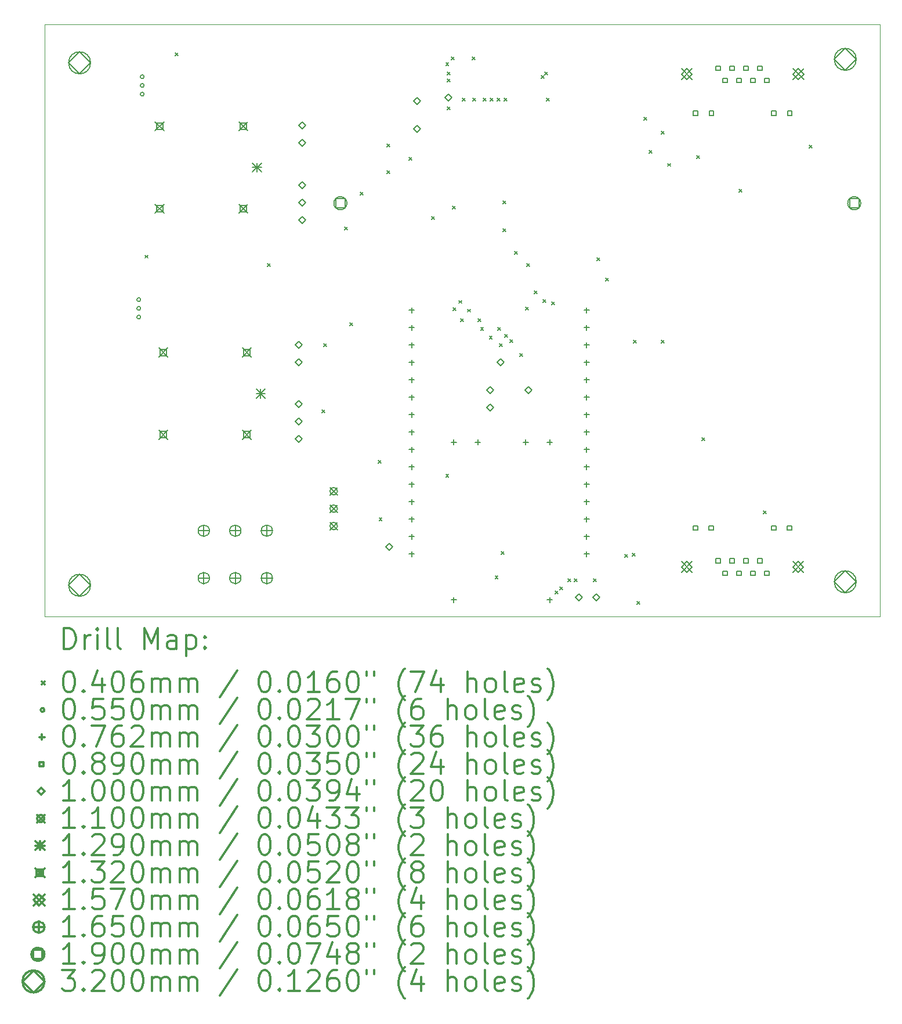
<source format=gbr>
%FSLAX45Y45*%
G04 Gerber Fmt 4.5, Leading zero omitted, Abs format (unit mm)*
G04 Created by KiCad (PCBNEW (5.1.10)-1) date 2021-10-29 16:40:03*
%MOMM*%
%LPD*%
G01*
G04 APERTURE LIST*
%TA.AperFunction,Profile*%
%ADD10C,0.100000*%
%TD*%
%ADD11C,0.200000*%
%ADD12C,0.300000*%
G04 APERTURE END LIST*
D10*
X21740000Y-7156000D02*
X21486000Y-7156000D01*
X21740000Y-15792000D02*
X21740000Y-7156000D01*
X9548000Y-15792000D02*
X21740000Y-15792000D01*
X9548000Y-7156000D02*
X9548000Y-15792000D01*
X21486000Y-7156000D02*
X9548000Y-7156000D01*
D11*
X11009870Y-10519790D02*
X11050510Y-10560430D01*
X11050510Y-10519790D02*
X11009870Y-10560430D01*
X11453770Y-7573200D02*
X11494410Y-7613840D01*
X11494410Y-7573200D02*
X11453770Y-7613840D01*
X12798350Y-10640880D02*
X12838990Y-10681520D01*
X12838990Y-10640880D02*
X12798350Y-10681520D01*
X13591680Y-12774480D02*
X13632320Y-12815120D01*
X13632320Y-12774480D02*
X13591680Y-12815120D01*
X13617080Y-11809280D02*
X13657720Y-11849920D01*
X13657720Y-11809280D02*
X13617080Y-11849920D01*
X13921880Y-10107480D02*
X13962520Y-10148120D01*
X13962520Y-10107480D02*
X13921880Y-10148120D01*
X13998080Y-11504480D02*
X14038720Y-11545120D01*
X14038720Y-11504480D02*
X13998080Y-11545120D01*
X14150480Y-9599480D02*
X14191120Y-9640120D01*
X14191120Y-9599480D02*
X14150480Y-9640120D01*
X14413480Y-13515730D02*
X14454120Y-13556370D01*
X14454120Y-13515730D02*
X14413480Y-13556370D01*
X14428800Y-14349280D02*
X14469440Y-14389920D01*
X14469440Y-14349280D02*
X14428800Y-14389920D01*
X14540680Y-8899680D02*
X14581320Y-8940320D01*
X14581320Y-8899680D02*
X14540680Y-8940320D01*
X14540680Y-9289680D02*
X14581320Y-9330320D01*
X14581320Y-9289680D02*
X14540680Y-9330320D01*
X14861680Y-9091480D02*
X14902320Y-9132120D01*
X14902320Y-9091480D02*
X14861680Y-9132120D01*
X15191880Y-9955080D02*
X15232520Y-9995720D01*
X15232520Y-9955080D02*
X15191880Y-9995720D01*
X15401680Y-7713280D02*
X15442320Y-7753920D01*
X15442320Y-7713280D02*
X15401680Y-7753920D01*
X15402290Y-13715480D02*
X15442930Y-13756120D01*
X15442930Y-13715480D02*
X15402290Y-13756120D01*
X15420480Y-7846880D02*
X15461120Y-7887520D01*
X15461120Y-7846880D02*
X15420480Y-7887520D01*
X15420480Y-7948480D02*
X15461120Y-7989120D01*
X15461120Y-7948480D02*
X15420480Y-7989120D01*
X15420480Y-8354880D02*
X15461120Y-8395520D01*
X15461120Y-8354880D02*
X15420480Y-8395520D01*
X15484480Y-7630480D02*
X15525120Y-7671120D01*
X15525120Y-7630480D02*
X15484480Y-7671120D01*
X15496680Y-9802680D02*
X15537320Y-9843320D01*
X15537320Y-9802680D02*
X15496680Y-9843320D01*
X15508880Y-11288080D02*
X15549520Y-11328720D01*
X15549520Y-11288080D02*
X15508880Y-11328720D01*
X15591680Y-11180880D02*
X15632320Y-11221520D01*
X15632320Y-11180880D02*
X15591680Y-11221520D01*
X15617280Y-11447280D02*
X15657920Y-11487920D01*
X15657920Y-11447280D02*
X15617280Y-11487920D01*
X15643380Y-8233580D02*
X15684020Y-8274220D01*
X15684020Y-8233580D02*
X15643380Y-8274220D01*
X15718680Y-11307880D02*
X15759320Y-11348520D01*
X15759320Y-11307880D02*
X15718680Y-11348520D01*
X15789280Y-7630480D02*
X15829920Y-7671120D01*
X15829920Y-7630480D02*
X15789280Y-7671120D01*
X15795780Y-8233580D02*
X15836420Y-8274220D01*
X15836420Y-8233580D02*
X15795780Y-8274220D01*
X15871280Y-11447280D02*
X15911920Y-11487920D01*
X15911920Y-11447280D02*
X15871280Y-11487920D01*
X15909480Y-11574280D02*
X15950120Y-11614920D01*
X15950120Y-11574280D02*
X15909480Y-11614920D01*
X15948180Y-8233580D02*
X15988820Y-8274220D01*
X15988820Y-8233580D02*
X15948180Y-8274220D01*
X16036480Y-11701280D02*
X16077120Y-11741920D01*
X16077120Y-11701280D02*
X16036480Y-11741920D01*
X16049780Y-8233580D02*
X16090420Y-8274220D01*
X16090420Y-8233580D02*
X16049780Y-8274220D01*
X16121680Y-15198680D02*
X16162320Y-15239320D01*
X16162320Y-15198680D02*
X16121680Y-15239320D01*
X16151380Y-8233580D02*
X16192020Y-8274220D01*
X16192020Y-8233580D02*
X16151380Y-8274220D01*
X16160280Y-11577480D02*
X16200920Y-11618120D01*
X16200920Y-11577480D02*
X16160280Y-11618120D01*
X16182480Y-11809280D02*
X16223120Y-11849920D01*
X16223120Y-11809280D02*
X16182480Y-11849920D01*
X16208680Y-14844680D02*
X16249320Y-14885320D01*
X16249320Y-14844680D02*
X16208680Y-14885320D01*
X16233280Y-9726480D02*
X16273920Y-9767120D01*
X16273920Y-9726480D02*
X16233280Y-9767120D01*
X16233280Y-10132880D02*
X16273920Y-10173520D01*
X16273920Y-10132880D02*
X16233280Y-10173520D01*
X16252980Y-8233580D02*
X16293620Y-8274220D01*
X16293620Y-8233580D02*
X16252980Y-8274220D01*
X16261880Y-11679080D02*
X16302520Y-11719720D01*
X16302520Y-11679080D02*
X16261880Y-11719720D01*
X16338080Y-11755280D02*
X16378720Y-11795920D01*
X16378720Y-11755280D02*
X16338080Y-11795920D01*
X16407680Y-10466480D02*
X16448320Y-10507120D01*
X16448320Y-10466480D02*
X16407680Y-10507120D01*
X16482080Y-11956480D02*
X16522720Y-11997120D01*
X16522720Y-11956480D02*
X16482080Y-11997120D01*
X16563480Y-11275880D02*
X16604120Y-11316520D01*
X16604120Y-11275880D02*
X16563480Y-11316520D01*
X16585480Y-10644280D02*
X16626120Y-10684920D01*
X16626120Y-10644280D02*
X16585480Y-10684920D01*
X16696080Y-11041680D02*
X16736720Y-11082320D01*
X16736720Y-11041680D02*
X16696080Y-11082320D01*
X16792080Y-7897680D02*
X16832720Y-7938320D01*
X16832720Y-7897680D02*
X16792080Y-7938320D01*
X16823080Y-11168680D02*
X16863720Y-11209320D01*
X16863720Y-11168680D02*
X16823080Y-11209320D01*
X16842880Y-7846880D02*
X16883520Y-7887520D01*
X16883520Y-7846880D02*
X16842880Y-7887520D01*
X16870680Y-8230280D02*
X16911320Y-8270920D01*
X16911320Y-8230280D02*
X16870680Y-8270920D01*
X16944480Y-11199680D02*
X16985120Y-11240320D01*
X16985120Y-11199680D02*
X16944480Y-11240320D01*
X16995280Y-15416080D02*
X17035920Y-15456720D01*
X17035920Y-15416080D02*
X16995280Y-15456720D01*
X17065780Y-15359580D02*
X17106420Y-15400220D01*
X17106420Y-15359580D02*
X17065780Y-15400220D01*
X17187080Y-15238280D02*
X17227720Y-15278920D01*
X17227720Y-15238280D02*
X17187080Y-15278920D01*
X17274680Y-15238280D02*
X17315320Y-15278920D01*
X17315320Y-15238280D02*
X17274680Y-15278920D01*
X17554080Y-15238280D02*
X17594720Y-15278920D01*
X17594720Y-15238280D02*
X17554080Y-15278920D01*
X17606010Y-10558100D02*
X17646650Y-10598740D01*
X17646650Y-10558100D02*
X17606010Y-10598740D01*
X17736970Y-10856590D02*
X17777610Y-10897230D01*
X17777610Y-10856590D02*
X17736970Y-10897230D01*
X18011280Y-14882680D02*
X18051920Y-14923320D01*
X18051920Y-14882680D02*
X18011280Y-14923320D01*
X18126420Y-14866150D02*
X18167060Y-14906790D01*
X18167060Y-14866150D02*
X18126420Y-14906790D01*
X18138280Y-11758480D02*
X18178920Y-11799120D01*
X18178920Y-11758480D02*
X18138280Y-11799120D01*
X18189080Y-15568480D02*
X18229720Y-15609120D01*
X18229720Y-15568480D02*
X18189080Y-15609120D01*
X18290680Y-8507280D02*
X18331320Y-8547920D01*
X18331320Y-8507280D02*
X18290680Y-8547920D01*
X18366880Y-8989880D02*
X18407520Y-9030520D01*
X18407520Y-8989880D02*
X18366880Y-9030520D01*
X18544680Y-8710480D02*
X18585320Y-8751120D01*
X18585320Y-8710480D02*
X18544680Y-8751120D01*
X18544680Y-11758480D02*
X18585320Y-11799120D01*
X18585320Y-11758480D02*
X18544680Y-11799120D01*
X18639800Y-9183280D02*
X18680440Y-9223920D01*
X18680440Y-9183280D02*
X18639800Y-9223920D01*
X19060670Y-9071490D02*
X19101310Y-9112130D01*
X19101310Y-9071490D02*
X19060670Y-9112130D01*
X19136900Y-13183280D02*
X19177540Y-13223920D01*
X19177540Y-13183280D02*
X19136900Y-13223920D01*
X19682420Y-9561490D02*
X19723060Y-9602130D01*
X19723060Y-9561490D02*
X19682420Y-9602130D01*
X20037130Y-14247680D02*
X20077770Y-14288320D01*
X20077770Y-14247680D02*
X20037130Y-14288320D01*
X20703680Y-8913680D02*
X20744320Y-8954320D01*
X20744320Y-8913680D02*
X20703680Y-8954320D01*
X10947100Y-11169200D02*
G75*
G03*
X10947100Y-11169200I-27500J0D01*
G01*
X10947100Y-11296200D02*
G75*
G03*
X10947100Y-11296200I-27500J0D01*
G01*
X10947100Y-11423200D02*
G75*
G03*
X10947100Y-11423200I-27500J0D01*
G01*
X10997900Y-7918000D02*
G75*
G03*
X10997900Y-7918000I-27500J0D01*
G01*
X10997900Y-8045000D02*
G75*
G03*
X10997900Y-8045000I-27500J0D01*
G01*
X10997900Y-8172000D02*
G75*
G03*
X10997900Y-8172000I-27500J0D01*
G01*
X14905400Y-11283500D02*
X14905400Y-11359700D01*
X14867300Y-11321600D02*
X14943500Y-11321600D01*
X14905400Y-11537500D02*
X14905400Y-11613700D01*
X14867300Y-11575600D02*
X14943500Y-11575600D01*
X14905400Y-11791500D02*
X14905400Y-11867700D01*
X14867300Y-11829600D02*
X14943500Y-11829600D01*
X14905400Y-12045500D02*
X14905400Y-12121700D01*
X14867300Y-12083600D02*
X14943500Y-12083600D01*
X14905400Y-12299500D02*
X14905400Y-12375700D01*
X14867300Y-12337600D02*
X14943500Y-12337600D01*
X14905400Y-12553500D02*
X14905400Y-12629700D01*
X14867300Y-12591600D02*
X14943500Y-12591600D01*
X14905400Y-12807500D02*
X14905400Y-12883700D01*
X14867300Y-12845600D02*
X14943500Y-12845600D01*
X14905400Y-13061500D02*
X14905400Y-13137700D01*
X14867300Y-13099600D02*
X14943500Y-13099600D01*
X14905400Y-13315500D02*
X14905400Y-13391700D01*
X14867300Y-13353600D02*
X14943500Y-13353600D01*
X14905400Y-13569500D02*
X14905400Y-13645700D01*
X14867300Y-13607600D02*
X14943500Y-13607600D01*
X14905400Y-13823500D02*
X14905400Y-13899700D01*
X14867300Y-13861600D02*
X14943500Y-13861600D01*
X14905400Y-14077500D02*
X14905400Y-14153700D01*
X14867300Y-14115600D02*
X14943500Y-14115600D01*
X14905400Y-14331500D02*
X14905400Y-14407700D01*
X14867300Y-14369600D02*
X14943500Y-14369600D01*
X14905400Y-14585500D02*
X14905400Y-14661700D01*
X14867300Y-14623600D02*
X14943500Y-14623600D01*
X14905400Y-14839500D02*
X14905400Y-14915700D01*
X14867300Y-14877600D02*
X14943500Y-14877600D01*
X15517200Y-13210700D02*
X15517200Y-13286900D01*
X15479100Y-13248800D02*
X15555300Y-13248800D01*
X15517200Y-15510700D02*
X15517200Y-15586900D01*
X15479100Y-15548800D02*
X15555300Y-15548800D01*
X15867200Y-13210700D02*
X15867200Y-13286900D01*
X15829100Y-13248800D02*
X15905300Y-13248800D01*
X16567200Y-13210700D02*
X16567200Y-13286900D01*
X16529100Y-13248800D02*
X16605300Y-13248800D01*
X16917200Y-13210700D02*
X16917200Y-13286900D01*
X16879100Y-13248800D02*
X16955300Y-13248800D01*
X16917200Y-15510700D02*
X16917200Y-15586900D01*
X16879100Y-15548800D02*
X16955300Y-15548800D01*
X17455400Y-11283500D02*
X17455400Y-11359700D01*
X17417300Y-11321600D02*
X17493500Y-11321600D01*
X17455400Y-11537500D02*
X17455400Y-11613700D01*
X17417300Y-11575600D02*
X17493500Y-11575600D01*
X17455400Y-11791500D02*
X17455400Y-11867700D01*
X17417300Y-11829600D02*
X17493500Y-11829600D01*
X17455400Y-12045500D02*
X17455400Y-12121700D01*
X17417300Y-12083600D02*
X17493500Y-12083600D01*
X17455400Y-12299500D02*
X17455400Y-12375700D01*
X17417300Y-12337600D02*
X17493500Y-12337600D01*
X17455400Y-12553500D02*
X17455400Y-12629700D01*
X17417300Y-12591600D02*
X17493500Y-12591600D01*
X17455400Y-12807500D02*
X17455400Y-12883700D01*
X17417300Y-12845600D02*
X17493500Y-12845600D01*
X17455400Y-13061500D02*
X17455400Y-13137700D01*
X17417300Y-13099600D02*
X17493500Y-13099600D01*
X17455400Y-13315500D02*
X17455400Y-13391700D01*
X17417300Y-13353600D02*
X17493500Y-13353600D01*
X17455400Y-13569500D02*
X17455400Y-13645700D01*
X17417300Y-13607600D02*
X17493500Y-13607600D01*
X17455400Y-13823500D02*
X17455400Y-13899700D01*
X17417300Y-13861600D02*
X17493500Y-13861600D01*
X17455400Y-14077500D02*
X17455400Y-14153700D01*
X17417300Y-14115600D02*
X17493500Y-14115600D01*
X17455400Y-14331500D02*
X17455400Y-14407700D01*
X17417300Y-14369600D02*
X17493500Y-14369600D01*
X17455400Y-14585500D02*
X17455400Y-14661700D01*
X17417300Y-14623600D02*
X17493500Y-14623600D01*
X17455400Y-14839500D02*
X17455400Y-14915700D01*
X17417300Y-14877600D02*
X17493500Y-14877600D01*
X19078467Y-14528467D02*
X19078467Y-14465533D01*
X19015533Y-14465533D01*
X19015533Y-14528467D01*
X19078467Y-14528467D01*
X19079267Y-8482467D02*
X19079267Y-8419533D01*
X19016333Y-8419533D01*
X19016333Y-8482467D01*
X19079267Y-8482467D01*
X19307467Y-14528467D02*
X19307467Y-14465533D01*
X19244533Y-14465533D01*
X19244533Y-14528467D01*
X19307467Y-14528467D01*
X19308267Y-8482467D02*
X19308267Y-8419533D01*
X19245333Y-8419533D01*
X19245333Y-8482467D01*
X19308267Y-8482467D01*
X19409267Y-7822467D02*
X19409267Y-7759533D01*
X19346333Y-7759533D01*
X19346333Y-7822467D01*
X19409267Y-7822467D01*
X19409267Y-15010467D02*
X19409267Y-14947533D01*
X19346333Y-14947533D01*
X19346333Y-15010467D01*
X19409267Y-15010467D01*
X19510867Y-8000467D02*
X19510867Y-7937533D01*
X19447933Y-7937533D01*
X19447933Y-8000467D01*
X19510867Y-8000467D01*
X19510867Y-15188467D02*
X19510867Y-15125533D01*
X19447933Y-15125533D01*
X19447933Y-15188467D01*
X19510867Y-15188467D01*
X19612467Y-7822467D02*
X19612467Y-7759533D01*
X19549533Y-7759533D01*
X19549533Y-7822467D01*
X19612467Y-7822467D01*
X19612467Y-15010467D02*
X19612467Y-14947533D01*
X19549533Y-14947533D01*
X19549533Y-15010467D01*
X19612467Y-15010467D01*
X19714067Y-8000467D02*
X19714067Y-7937533D01*
X19651133Y-7937533D01*
X19651133Y-8000467D01*
X19714067Y-8000467D01*
X19714067Y-15188467D02*
X19714067Y-15125533D01*
X19651133Y-15125533D01*
X19651133Y-15188467D01*
X19714067Y-15188467D01*
X19815667Y-7822467D02*
X19815667Y-7759533D01*
X19752733Y-7759533D01*
X19752733Y-7822467D01*
X19815667Y-7822467D01*
X19815667Y-15010467D02*
X19815667Y-14947533D01*
X19752733Y-14947533D01*
X19752733Y-15010467D01*
X19815667Y-15010467D01*
X19917267Y-8000467D02*
X19917267Y-7937533D01*
X19854333Y-7937533D01*
X19854333Y-8000467D01*
X19917267Y-8000467D01*
X19917267Y-15188467D02*
X19917267Y-15125533D01*
X19854333Y-15125533D01*
X19854333Y-15188467D01*
X19917267Y-15188467D01*
X20018867Y-7822467D02*
X20018867Y-7759533D01*
X19955933Y-7759533D01*
X19955933Y-7822467D01*
X20018867Y-7822467D01*
X20018867Y-15010467D02*
X20018867Y-14947533D01*
X19955933Y-14947533D01*
X19955933Y-15010467D01*
X20018867Y-15010467D01*
X20120467Y-8000467D02*
X20120467Y-7937533D01*
X20057533Y-7937533D01*
X20057533Y-8000467D01*
X20120467Y-8000467D01*
X20120467Y-15188467D02*
X20120467Y-15125533D01*
X20057533Y-15125533D01*
X20057533Y-15188467D01*
X20120467Y-15188467D01*
X20221467Y-14528467D02*
X20221467Y-14465533D01*
X20158533Y-14465533D01*
X20158533Y-14528467D01*
X20221467Y-14528467D01*
X20222267Y-8482467D02*
X20222267Y-8419533D01*
X20159333Y-8419533D01*
X20159333Y-8482467D01*
X20222267Y-8482467D01*
X20450467Y-14528467D02*
X20450467Y-14465533D01*
X20387533Y-14465533D01*
X20387533Y-14528467D01*
X20450467Y-14528467D01*
X20451267Y-8482467D02*
X20451267Y-8419533D01*
X20388333Y-8419533D01*
X20388333Y-8482467D01*
X20451267Y-8482467D01*
X13256400Y-11879600D02*
X13306400Y-11829600D01*
X13256400Y-11779600D01*
X13206400Y-11829600D01*
X13256400Y-11879600D01*
X13256400Y-12133600D02*
X13306400Y-12083600D01*
X13256400Y-12033600D01*
X13206400Y-12083600D01*
X13256400Y-12133600D01*
X13256400Y-12743200D02*
X13306400Y-12693200D01*
X13256400Y-12643200D01*
X13206400Y-12693200D01*
X13256400Y-12743200D01*
X13256400Y-12997200D02*
X13306400Y-12947200D01*
X13256400Y-12897200D01*
X13206400Y-12947200D01*
X13256400Y-12997200D01*
X13256400Y-13251200D02*
X13306400Y-13201200D01*
X13256400Y-13151200D01*
X13206400Y-13201200D01*
X13256400Y-13251200D01*
X13306000Y-9547000D02*
X13356000Y-9497000D01*
X13306000Y-9447000D01*
X13256000Y-9497000D01*
X13306000Y-9547000D01*
X13306000Y-9801000D02*
X13356000Y-9751000D01*
X13306000Y-9701000D01*
X13256000Y-9751000D01*
X13306000Y-9801000D01*
X13306000Y-10055000D02*
X13356000Y-10005000D01*
X13306000Y-9955000D01*
X13256000Y-10005000D01*
X13306000Y-10055000D01*
X13307200Y-8679200D02*
X13357200Y-8629200D01*
X13307200Y-8579200D01*
X13257200Y-8629200D01*
X13307200Y-8679200D01*
X13307200Y-8933200D02*
X13357200Y-8883200D01*
X13307200Y-8833200D01*
X13257200Y-8883200D01*
X13307200Y-8933200D01*
X14577200Y-14826000D02*
X14627200Y-14776000D01*
X14577200Y-14726000D01*
X14527200Y-14776000D01*
X14577200Y-14826000D01*
X14983600Y-8323600D02*
X15033600Y-8273600D01*
X14983600Y-8223600D01*
X14933600Y-8273600D01*
X14983600Y-8323600D01*
X14983600Y-8730000D02*
X15033600Y-8680000D01*
X14983600Y-8630000D01*
X14933600Y-8680000D01*
X14983600Y-8730000D01*
X15440800Y-8272800D02*
X15490800Y-8222800D01*
X15440800Y-8172800D01*
X15390800Y-8222800D01*
X15440800Y-8272800D01*
X16050400Y-12540000D02*
X16100400Y-12490000D01*
X16050400Y-12440000D01*
X16000400Y-12490000D01*
X16050400Y-12540000D01*
X16050400Y-12794000D02*
X16100400Y-12744000D01*
X16050400Y-12694000D01*
X16000400Y-12744000D01*
X16050400Y-12794000D01*
X16202800Y-12133600D02*
X16252800Y-12083600D01*
X16202800Y-12033600D01*
X16152800Y-12083600D01*
X16202800Y-12133600D01*
X16609200Y-12540000D02*
X16659200Y-12490000D01*
X16609200Y-12440000D01*
X16559200Y-12490000D01*
X16609200Y-12540000D01*
X17345800Y-15562600D02*
X17395800Y-15512600D01*
X17345800Y-15462600D01*
X17295800Y-15512600D01*
X17345800Y-15562600D01*
X17599800Y-15562600D02*
X17649800Y-15512600D01*
X17599800Y-15462600D01*
X17549800Y-15512600D01*
X17599800Y-15562600D01*
X13709400Y-13908200D02*
X13819400Y-14018200D01*
X13819400Y-13908200D02*
X13709400Y-14018200D01*
X13819400Y-13963200D02*
G75*
G03*
X13819400Y-13963200I-55000J0D01*
G01*
X13709400Y-14162200D02*
X13819400Y-14272200D01*
X13819400Y-14162200D02*
X13709400Y-14272200D01*
X13819400Y-14217200D02*
G75*
G03*
X13819400Y-14217200I-55000J0D01*
G01*
X13709400Y-14416200D02*
X13819400Y-14526200D01*
X13819400Y-14416200D02*
X13709400Y-14526200D01*
X13819400Y-14471200D02*
G75*
G03*
X13819400Y-14471200I-55000J0D01*
G01*
X12580500Y-9176500D02*
X12709500Y-9305500D01*
X12709500Y-9176500D02*
X12580500Y-9305500D01*
X12645000Y-9176500D02*
X12645000Y-9305500D01*
X12580500Y-9241000D02*
X12709500Y-9241000D01*
X12633500Y-12474500D02*
X12762500Y-12603500D01*
X12762500Y-12474500D02*
X12633500Y-12603500D01*
X12698000Y-12474500D02*
X12698000Y-12603500D01*
X12633500Y-12539000D02*
X12762500Y-12539000D01*
X11159000Y-8575000D02*
X11291000Y-8707000D01*
X11291000Y-8575000D02*
X11159000Y-8707000D01*
X11271669Y-8687670D02*
X11271669Y-8594331D01*
X11178331Y-8594331D01*
X11178331Y-8687670D01*
X11271669Y-8687670D01*
X11159000Y-9775000D02*
X11291000Y-9907000D01*
X11291000Y-9775000D02*
X11159000Y-9907000D01*
X11271669Y-9887670D02*
X11271669Y-9794331D01*
X11178331Y-9794331D01*
X11178331Y-9887670D01*
X11271669Y-9887670D01*
X11212000Y-11873000D02*
X11344000Y-12005000D01*
X11344000Y-11873000D02*
X11212000Y-12005000D01*
X11324669Y-11985669D02*
X11324669Y-11892330D01*
X11231330Y-11892330D01*
X11231330Y-11985669D01*
X11324669Y-11985669D01*
X11212000Y-13073000D02*
X11344000Y-13205000D01*
X11344000Y-13073000D02*
X11212000Y-13205000D01*
X11324669Y-13185669D02*
X11324669Y-13092330D01*
X11231330Y-13092330D01*
X11231330Y-13185669D01*
X11324669Y-13185669D01*
X12379000Y-8575000D02*
X12511000Y-8707000D01*
X12511000Y-8575000D02*
X12379000Y-8707000D01*
X12491669Y-8687670D02*
X12491669Y-8594331D01*
X12398330Y-8594331D01*
X12398330Y-8687670D01*
X12491669Y-8687670D01*
X12379000Y-9775000D02*
X12511000Y-9907000D01*
X12511000Y-9775000D02*
X12379000Y-9907000D01*
X12491669Y-9887670D02*
X12491669Y-9794331D01*
X12398330Y-9794331D01*
X12398330Y-9887670D01*
X12491669Y-9887670D01*
X12432000Y-11873000D02*
X12564000Y-12005000D01*
X12564000Y-11873000D02*
X12432000Y-12005000D01*
X12544669Y-11985669D02*
X12544669Y-11892330D01*
X12451330Y-11892330D01*
X12451330Y-11985669D01*
X12544669Y-11985669D01*
X12432000Y-13073000D02*
X12564000Y-13205000D01*
X12564000Y-13073000D02*
X12432000Y-13205000D01*
X12544669Y-13185669D02*
X12544669Y-13092330D01*
X12451330Y-13092330D01*
X12451330Y-13185669D01*
X12544669Y-13185669D01*
X18841500Y-14989500D02*
X18998500Y-15146500D01*
X18998500Y-14989500D02*
X18841500Y-15146500D01*
X18920000Y-15146500D02*
X18998500Y-15068000D01*
X18920000Y-14989500D01*
X18841500Y-15068000D01*
X18920000Y-15146500D01*
X18842300Y-7801500D02*
X18999300Y-7958500D01*
X18999300Y-7801500D02*
X18842300Y-7958500D01*
X18920800Y-7958500D02*
X18999300Y-7880000D01*
X18920800Y-7801500D01*
X18842300Y-7880000D01*
X18920800Y-7958500D01*
X20467500Y-14989500D02*
X20624500Y-15146500D01*
X20624500Y-14989500D02*
X20467500Y-15146500D01*
X20546000Y-15146500D02*
X20624500Y-15068000D01*
X20546000Y-14989500D01*
X20467500Y-15068000D01*
X20546000Y-15146500D01*
X20468300Y-7801500D02*
X20625300Y-7958500D01*
X20625300Y-7801500D02*
X20468300Y-7958500D01*
X20546800Y-7958500D02*
X20625300Y-7880000D01*
X20546800Y-7801500D01*
X20468300Y-7880000D01*
X20546800Y-7958500D01*
X11869200Y-14456700D02*
X11869200Y-14621700D01*
X11786700Y-14539200D02*
X11951700Y-14539200D01*
X11951700Y-14539200D02*
G75*
G03*
X11951700Y-14539200I-82500J0D01*
G01*
X11869200Y-15147700D02*
X11869200Y-15312700D01*
X11786700Y-15230200D02*
X11951700Y-15230200D01*
X11951700Y-15230200D02*
G75*
G03*
X11951700Y-15230200I-82500J0D01*
G01*
X12329200Y-14456700D02*
X12329200Y-14621700D01*
X12246700Y-14539200D02*
X12411700Y-14539200D01*
X12411700Y-14539200D02*
G75*
G03*
X12411700Y-14539200I-82500J0D01*
G01*
X12329200Y-15147700D02*
X12329200Y-15312700D01*
X12246700Y-15230200D02*
X12411700Y-15230200D01*
X12411700Y-15230200D02*
G75*
G03*
X12411700Y-15230200I-82500J0D01*
G01*
X12789200Y-14456700D02*
X12789200Y-14621700D01*
X12706700Y-14539200D02*
X12871700Y-14539200D01*
X12871700Y-14539200D02*
G75*
G03*
X12871700Y-14539200I-82500J0D01*
G01*
X12789200Y-15147700D02*
X12789200Y-15312700D01*
X12706700Y-15230200D02*
X12871700Y-15230200D01*
X12871700Y-15230200D02*
G75*
G03*
X12871700Y-15230200I-82500J0D01*
G01*
X13929976Y-9829976D02*
X13929976Y-9695624D01*
X13795624Y-9695624D01*
X13795624Y-9829976D01*
X13929976Y-9829976D01*
X13957800Y-9762800D02*
G75*
G03*
X13957800Y-9762800I-95000J0D01*
G01*
X21429976Y-9829976D02*
X21429976Y-9695624D01*
X21295624Y-9695624D01*
X21295624Y-9829976D01*
X21429976Y-9829976D01*
X21457800Y-9762800D02*
G75*
G03*
X21457800Y-9762800I-95000J0D01*
G01*
X10056000Y-7874800D02*
X10216000Y-7714800D01*
X10056000Y-7554800D01*
X9896000Y-7714800D01*
X10056000Y-7874800D01*
X10216000Y-7714800D02*
G75*
G03*
X10216000Y-7714800I-160000J0D01*
G01*
X10056000Y-15494800D02*
X10216000Y-15334800D01*
X10056000Y-15174800D01*
X9896000Y-15334800D01*
X10056000Y-15494800D01*
X10216000Y-15334800D02*
G75*
G03*
X10216000Y-15334800I-160000J0D01*
G01*
X21232000Y-7824000D02*
X21392000Y-7664000D01*
X21232000Y-7504000D01*
X21072000Y-7664000D01*
X21232000Y-7824000D01*
X21392000Y-7664000D02*
G75*
G03*
X21392000Y-7664000I-160000J0D01*
G01*
X21232000Y-15444000D02*
X21392000Y-15284000D01*
X21232000Y-15124000D01*
X21072000Y-15284000D01*
X21232000Y-15444000D01*
X21392000Y-15284000D02*
G75*
G03*
X21392000Y-15284000I-160000J0D01*
G01*
D12*
X9829428Y-16262714D02*
X9829428Y-15962714D01*
X9900857Y-15962714D01*
X9943714Y-15977000D01*
X9972286Y-16005571D01*
X9986571Y-16034143D01*
X10000857Y-16091286D01*
X10000857Y-16134143D01*
X9986571Y-16191286D01*
X9972286Y-16219857D01*
X9943714Y-16248429D01*
X9900857Y-16262714D01*
X9829428Y-16262714D01*
X10129428Y-16262714D02*
X10129428Y-16062714D01*
X10129428Y-16119857D02*
X10143714Y-16091286D01*
X10158000Y-16077000D01*
X10186571Y-16062714D01*
X10215143Y-16062714D01*
X10315143Y-16262714D02*
X10315143Y-16062714D01*
X10315143Y-15962714D02*
X10300857Y-15977000D01*
X10315143Y-15991286D01*
X10329428Y-15977000D01*
X10315143Y-15962714D01*
X10315143Y-15991286D01*
X10500857Y-16262714D02*
X10472286Y-16248429D01*
X10458000Y-16219857D01*
X10458000Y-15962714D01*
X10658000Y-16262714D02*
X10629428Y-16248429D01*
X10615143Y-16219857D01*
X10615143Y-15962714D01*
X11000857Y-16262714D02*
X11000857Y-15962714D01*
X11100857Y-16177000D01*
X11200857Y-15962714D01*
X11200857Y-16262714D01*
X11472286Y-16262714D02*
X11472286Y-16105571D01*
X11458000Y-16077000D01*
X11429428Y-16062714D01*
X11372286Y-16062714D01*
X11343714Y-16077000D01*
X11472286Y-16248429D02*
X11443714Y-16262714D01*
X11372286Y-16262714D01*
X11343714Y-16248429D01*
X11329428Y-16219857D01*
X11329428Y-16191286D01*
X11343714Y-16162714D01*
X11372286Y-16148429D01*
X11443714Y-16148429D01*
X11472286Y-16134143D01*
X11615143Y-16062714D02*
X11615143Y-16362714D01*
X11615143Y-16077000D02*
X11643714Y-16062714D01*
X11700857Y-16062714D01*
X11729428Y-16077000D01*
X11743714Y-16091286D01*
X11758000Y-16119857D01*
X11758000Y-16205571D01*
X11743714Y-16234143D01*
X11729428Y-16248429D01*
X11700857Y-16262714D01*
X11643714Y-16262714D01*
X11615143Y-16248429D01*
X11886571Y-16234143D02*
X11900857Y-16248429D01*
X11886571Y-16262714D01*
X11872286Y-16248429D01*
X11886571Y-16234143D01*
X11886571Y-16262714D01*
X11886571Y-16077000D02*
X11900857Y-16091286D01*
X11886571Y-16105571D01*
X11872286Y-16091286D01*
X11886571Y-16077000D01*
X11886571Y-16105571D01*
X9502360Y-16736680D02*
X9543000Y-16777320D01*
X9543000Y-16736680D02*
X9502360Y-16777320D01*
X9886571Y-16592714D02*
X9915143Y-16592714D01*
X9943714Y-16607000D01*
X9958000Y-16621286D01*
X9972286Y-16649857D01*
X9986571Y-16707000D01*
X9986571Y-16778429D01*
X9972286Y-16835572D01*
X9958000Y-16864143D01*
X9943714Y-16878429D01*
X9915143Y-16892714D01*
X9886571Y-16892714D01*
X9858000Y-16878429D01*
X9843714Y-16864143D01*
X9829428Y-16835572D01*
X9815143Y-16778429D01*
X9815143Y-16707000D01*
X9829428Y-16649857D01*
X9843714Y-16621286D01*
X9858000Y-16607000D01*
X9886571Y-16592714D01*
X10115143Y-16864143D02*
X10129428Y-16878429D01*
X10115143Y-16892714D01*
X10100857Y-16878429D01*
X10115143Y-16864143D01*
X10115143Y-16892714D01*
X10386571Y-16692714D02*
X10386571Y-16892714D01*
X10315143Y-16578429D02*
X10243714Y-16792714D01*
X10429428Y-16792714D01*
X10600857Y-16592714D02*
X10629428Y-16592714D01*
X10658000Y-16607000D01*
X10672286Y-16621286D01*
X10686571Y-16649857D01*
X10700857Y-16707000D01*
X10700857Y-16778429D01*
X10686571Y-16835572D01*
X10672286Y-16864143D01*
X10658000Y-16878429D01*
X10629428Y-16892714D01*
X10600857Y-16892714D01*
X10572286Y-16878429D01*
X10558000Y-16864143D01*
X10543714Y-16835572D01*
X10529428Y-16778429D01*
X10529428Y-16707000D01*
X10543714Y-16649857D01*
X10558000Y-16621286D01*
X10572286Y-16607000D01*
X10600857Y-16592714D01*
X10958000Y-16592714D02*
X10900857Y-16592714D01*
X10872286Y-16607000D01*
X10858000Y-16621286D01*
X10829428Y-16664143D01*
X10815143Y-16721286D01*
X10815143Y-16835572D01*
X10829428Y-16864143D01*
X10843714Y-16878429D01*
X10872286Y-16892714D01*
X10929428Y-16892714D01*
X10958000Y-16878429D01*
X10972286Y-16864143D01*
X10986571Y-16835572D01*
X10986571Y-16764143D01*
X10972286Y-16735571D01*
X10958000Y-16721286D01*
X10929428Y-16707000D01*
X10872286Y-16707000D01*
X10843714Y-16721286D01*
X10829428Y-16735571D01*
X10815143Y-16764143D01*
X11115143Y-16892714D02*
X11115143Y-16692714D01*
X11115143Y-16721286D02*
X11129428Y-16707000D01*
X11158000Y-16692714D01*
X11200857Y-16692714D01*
X11229428Y-16707000D01*
X11243714Y-16735571D01*
X11243714Y-16892714D01*
X11243714Y-16735571D02*
X11258000Y-16707000D01*
X11286571Y-16692714D01*
X11329428Y-16692714D01*
X11358000Y-16707000D01*
X11372286Y-16735571D01*
X11372286Y-16892714D01*
X11515143Y-16892714D02*
X11515143Y-16692714D01*
X11515143Y-16721286D02*
X11529428Y-16707000D01*
X11558000Y-16692714D01*
X11600857Y-16692714D01*
X11629428Y-16707000D01*
X11643714Y-16735571D01*
X11643714Y-16892714D01*
X11643714Y-16735571D02*
X11658000Y-16707000D01*
X11686571Y-16692714D01*
X11729428Y-16692714D01*
X11758000Y-16707000D01*
X11772286Y-16735571D01*
X11772286Y-16892714D01*
X12358000Y-16578429D02*
X12100857Y-16964143D01*
X12743714Y-16592714D02*
X12772286Y-16592714D01*
X12800857Y-16607000D01*
X12815143Y-16621286D01*
X12829428Y-16649857D01*
X12843714Y-16707000D01*
X12843714Y-16778429D01*
X12829428Y-16835572D01*
X12815143Y-16864143D01*
X12800857Y-16878429D01*
X12772286Y-16892714D01*
X12743714Y-16892714D01*
X12715143Y-16878429D01*
X12700857Y-16864143D01*
X12686571Y-16835572D01*
X12672286Y-16778429D01*
X12672286Y-16707000D01*
X12686571Y-16649857D01*
X12700857Y-16621286D01*
X12715143Y-16607000D01*
X12743714Y-16592714D01*
X12972286Y-16864143D02*
X12986571Y-16878429D01*
X12972286Y-16892714D01*
X12958000Y-16878429D01*
X12972286Y-16864143D01*
X12972286Y-16892714D01*
X13172286Y-16592714D02*
X13200857Y-16592714D01*
X13229428Y-16607000D01*
X13243714Y-16621286D01*
X13258000Y-16649857D01*
X13272286Y-16707000D01*
X13272286Y-16778429D01*
X13258000Y-16835572D01*
X13243714Y-16864143D01*
X13229428Y-16878429D01*
X13200857Y-16892714D01*
X13172286Y-16892714D01*
X13143714Y-16878429D01*
X13129428Y-16864143D01*
X13115143Y-16835572D01*
X13100857Y-16778429D01*
X13100857Y-16707000D01*
X13115143Y-16649857D01*
X13129428Y-16621286D01*
X13143714Y-16607000D01*
X13172286Y-16592714D01*
X13558000Y-16892714D02*
X13386571Y-16892714D01*
X13472286Y-16892714D02*
X13472286Y-16592714D01*
X13443714Y-16635571D01*
X13415143Y-16664143D01*
X13386571Y-16678429D01*
X13815143Y-16592714D02*
X13758000Y-16592714D01*
X13729428Y-16607000D01*
X13715143Y-16621286D01*
X13686571Y-16664143D01*
X13672286Y-16721286D01*
X13672286Y-16835572D01*
X13686571Y-16864143D01*
X13700857Y-16878429D01*
X13729428Y-16892714D01*
X13786571Y-16892714D01*
X13815143Y-16878429D01*
X13829428Y-16864143D01*
X13843714Y-16835572D01*
X13843714Y-16764143D01*
X13829428Y-16735571D01*
X13815143Y-16721286D01*
X13786571Y-16707000D01*
X13729428Y-16707000D01*
X13700857Y-16721286D01*
X13686571Y-16735571D01*
X13672286Y-16764143D01*
X14029428Y-16592714D02*
X14058000Y-16592714D01*
X14086571Y-16607000D01*
X14100857Y-16621286D01*
X14115143Y-16649857D01*
X14129428Y-16707000D01*
X14129428Y-16778429D01*
X14115143Y-16835572D01*
X14100857Y-16864143D01*
X14086571Y-16878429D01*
X14058000Y-16892714D01*
X14029428Y-16892714D01*
X14000857Y-16878429D01*
X13986571Y-16864143D01*
X13972286Y-16835572D01*
X13958000Y-16778429D01*
X13958000Y-16707000D01*
X13972286Y-16649857D01*
X13986571Y-16621286D01*
X14000857Y-16607000D01*
X14029428Y-16592714D01*
X14243714Y-16592714D02*
X14243714Y-16649857D01*
X14358000Y-16592714D02*
X14358000Y-16649857D01*
X14800857Y-17007000D02*
X14786571Y-16992714D01*
X14758000Y-16949857D01*
X14743714Y-16921286D01*
X14729428Y-16878429D01*
X14715143Y-16807000D01*
X14715143Y-16749857D01*
X14729428Y-16678429D01*
X14743714Y-16635571D01*
X14758000Y-16607000D01*
X14786571Y-16564143D01*
X14800857Y-16549857D01*
X14886571Y-16592714D02*
X15086571Y-16592714D01*
X14958000Y-16892714D01*
X15329428Y-16692714D02*
X15329428Y-16892714D01*
X15258000Y-16578429D02*
X15186571Y-16792714D01*
X15372286Y-16792714D01*
X15715143Y-16892714D02*
X15715143Y-16592714D01*
X15843714Y-16892714D02*
X15843714Y-16735571D01*
X15829428Y-16707000D01*
X15800857Y-16692714D01*
X15758000Y-16692714D01*
X15729428Y-16707000D01*
X15715143Y-16721286D01*
X16029428Y-16892714D02*
X16000857Y-16878429D01*
X15986571Y-16864143D01*
X15972286Y-16835572D01*
X15972286Y-16749857D01*
X15986571Y-16721286D01*
X16000857Y-16707000D01*
X16029428Y-16692714D01*
X16072286Y-16692714D01*
X16100857Y-16707000D01*
X16115143Y-16721286D01*
X16129428Y-16749857D01*
X16129428Y-16835572D01*
X16115143Y-16864143D01*
X16100857Y-16878429D01*
X16072286Y-16892714D01*
X16029428Y-16892714D01*
X16300857Y-16892714D02*
X16272286Y-16878429D01*
X16258000Y-16849857D01*
X16258000Y-16592714D01*
X16529428Y-16878429D02*
X16500857Y-16892714D01*
X16443714Y-16892714D01*
X16415143Y-16878429D01*
X16400857Y-16849857D01*
X16400857Y-16735571D01*
X16415143Y-16707000D01*
X16443714Y-16692714D01*
X16500857Y-16692714D01*
X16529428Y-16707000D01*
X16543714Y-16735571D01*
X16543714Y-16764143D01*
X16400857Y-16792714D01*
X16658000Y-16878429D02*
X16686571Y-16892714D01*
X16743714Y-16892714D01*
X16772286Y-16878429D01*
X16786571Y-16849857D01*
X16786571Y-16835572D01*
X16772286Y-16807000D01*
X16743714Y-16792714D01*
X16700857Y-16792714D01*
X16672286Y-16778429D01*
X16658000Y-16749857D01*
X16658000Y-16735571D01*
X16672286Y-16707000D01*
X16700857Y-16692714D01*
X16743714Y-16692714D01*
X16772286Y-16707000D01*
X16886571Y-17007000D02*
X16900857Y-16992714D01*
X16929428Y-16949857D01*
X16943714Y-16921286D01*
X16958000Y-16878429D01*
X16972286Y-16807000D01*
X16972286Y-16749857D01*
X16958000Y-16678429D01*
X16943714Y-16635571D01*
X16929428Y-16607000D01*
X16900857Y-16564143D01*
X16886571Y-16549857D01*
X9543000Y-17153000D02*
G75*
G03*
X9543000Y-17153000I-27500J0D01*
G01*
X9886571Y-16988714D02*
X9915143Y-16988714D01*
X9943714Y-17003000D01*
X9958000Y-17017286D01*
X9972286Y-17045857D01*
X9986571Y-17103000D01*
X9986571Y-17174429D01*
X9972286Y-17231572D01*
X9958000Y-17260143D01*
X9943714Y-17274429D01*
X9915143Y-17288714D01*
X9886571Y-17288714D01*
X9858000Y-17274429D01*
X9843714Y-17260143D01*
X9829428Y-17231572D01*
X9815143Y-17174429D01*
X9815143Y-17103000D01*
X9829428Y-17045857D01*
X9843714Y-17017286D01*
X9858000Y-17003000D01*
X9886571Y-16988714D01*
X10115143Y-17260143D02*
X10129428Y-17274429D01*
X10115143Y-17288714D01*
X10100857Y-17274429D01*
X10115143Y-17260143D01*
X10115143Y-17288714D01*
X10400857Y-16988714D02*
X10258000Y-16988714D01*
X10243714Y-17131572D01*
X10258000Y-17117286D01*
X10286571Y-17103000D01*
X10358000Y-17103000D01*
X10386571Y-17117286D01*
X10400857Y-17131572D01*
X10415143Y-17160143D01*
X10415143Y-17231572D01*
X10400857Y-17260143D01*
X10386571Y-17274429D01*
X10358000Y-17288714D01*
X10286571Y-17288714D01*
X10258000Y-17274429D01*
X10243714Y-17260143D01*
X10686571Y-16988714D02*
X10543714Y-16988714D01*
X10529428Y-17131572D01*
X10543714Y-17117286D01*
X10572286Y-17103000D01*
X10643714Y-17103000D01*
X10672286Y-17117286D01*
X10686571Y-17131572D01*
X10700857Y-17160143D01*
X10700857Y-17231572D01*
X10686571Y-17260143D01*
X10672286Y-17274429D01*
X10643714Y-17288714D01*
X10572286Y-17288714D01*
X10543714Y-17274429D01*
X10529428Y-17260143D01*
X10886571Y-16988714D02*
X10915143Y-16988714D01*
X10943714Y-17003000D01*
X10958000Y-17017286D01*
X10972286Y-17045857D01*
X10986571Y-17103000D01*
X10986571Y-17174429D01*
X10972286Y-17231572D01*
X10958000Y-17260143D01*
X10943714Y-17274429D01*
X10915143Y-17288714D01*
X10886571Y-17288714D01*
X10858000Y-17274429D01*
X10843714Y-17260143D01*
X10829428Y-17231572D01*
X10815143Y-17174429D01*
X10815143Y-17103000D01*
X10829428Y-17045857D01*
X10843714Y-17017286D01*
X10858000Y-17003000D01*
X10886571Y-16988714D01*
X11115143Y-17288714D02*
X11115143Y-17088714D01*
X11115143Y-17117286D02*
X11129428Y-17103000D01*
X11158000Y-17088714D01*
X11200857Y-17088714D01*
X11229428Y-17103000D01*
X11243714Y-17131572D01*
X11243714Y-17288714D01*
X11243714Y-17131572D02*
X11258000Y-17103000D01*
X11286571Y-17088714D01*
X11329428Y-17088714D01*
X11358000Y-17103000D01*
X11372286Y-17131572D01*
X11372286Y-17288714D01*
X11515143Y-17288714D02*
X11515143Y-17088714D01*
X11515143Y-17117286D02*
X11529428Y-17103000D01*
X11558000Y-17088714D01*
X11600857Y-17088714D01*
X11629428Y-17103000D01*
X11643714Y-17131572D01*
X11643714Y-17288714D01*
X11643714Y-17131572D02*
X11658000Y-17103000D01*
X11686571Y-17088714D01*
X11729428Y-17088714D01*
X11758000Y-17103000D01*
X11772286Y-17131572D01*
X11772286Y-17288714D01*
X12358000Y-16974429D02*
X12100857Y-17360143D01*
X12743714Y-16988714D02*
X12772286Y-16988714D01*
X12800857Y-17003000D01*
X12815143Y-17017286D01*
X12829428Y-17045857D01*
X12843714Y-17103000D01*
X12843714Y-17174429D01*
X12829428Y-17231572D01*
X12815143Y-17260143D01*
X12800857Y-17274429D01*
X12772286Y-17288714D01*
X12743714Y-17288714D01*
X12715143Y-17274429D01*
X12700857Y-17260143D01*
X12686571Y-17231572D01*
X12672286Y-17174429D01*
X12672286Y-17103000D01*
X12686571Y-17045857D01*
X12700857Y-17017286D01*
X12715143Y-17003000D01*
X12743714Y-16988714D01*
X12972286Y-17260143D02*
X12986571Y-17274429D01*
X12972286Y-17288714D01*
X12958000Y-17274429D01*
X12972286Y-17260143D01*
X12972286Y-17288714D01*
X13172286Y-16988714D02*
X13200857Y-16988714D01*
X13229428Y-17003000D01*
X13243714Y-17017286D01*
X13258000Y-17045857D01*
X13272286Y-17103000D01*
X13272286Y-17174429D01*
X13258000Y-17231572D01*
X13243714Y-17260143D01*
X13229428Y-17274429D01*
X13200857Y-17288714D01*
X13172286Y-17288714D01*
X13143714Y-17274429D01*
X13129428Y-17260143D01*
X13115143Y-17231572D01*
X13100857Y-17174429D01*
X13100857Y-17103000D01*
X13115143Y-17045857D01*
X13129428Y-17017286D01*
X13143714Y-17003000D01*
X13172286Y-16988714D01*
X13386571Y-17017286D02*
X13400857Y-17003000D01*
X13429428Y-16988714D01*
X13500857Y-16988714D01*
X13529428Y-17003000D01*
X13543714Y-17017286D01*
X13558000Y-17045857D01*
X13558000Y-17074429D01*
X13543714Y-17117286D01*
X13372286Y-17288714D01*
X13558000Y-17288714D01*
X13843714Y-17288714D02*
X13672286Y-17288714D01*
X13758000Y-17288714D02*
X13758000Y-16988714D01*
X13729428Y-17031572D01*
X13700857Y-17060143D01*
X13672286Y-17074429D01*
X13943714Y-16988714D02*
X14143714Y-16988714D01*
X14015143Y-17288714D01*
X14243714Y-16988714D02*
X14243714Y-17045857D01*
X14358000Y-16988714D02*
X14358000Y-17045857D01*
X14800857Y-17403000D02*
X14786571Y-17388714D01*
X14758000Y-17345857D01*
X14743714Y-17317286D01*
X14729428Y-17274429D01*
X14715143Y-17203000D01*
X14715143Y-17145857D01*
X14729428Y-17074429D01*
X14743714Y-17031572D01*
X14758000Y-17003000D01*
X14786571Y-16960143D01*
X14800857Y-16945857D01*
X15043714Y-16988714D02*
X14986571Y-16988714D01*
X14958000Y-17003000D01*
X14943714Y-17017286D01*
X14915143Y-17060143D01*
X14900857Y-17117286D01*
X14900857Y-17231572D01*
X14915143Y-17260143D01*
X14929428Y-17274429D01*
X14958000Y-17288714D01*
X15015143Y-17288714D01*
X15043714Y-17274429D01*
X15058000Y-17260143D01*
X15072286Y-17231572D01*
X15072286Y-17160143D01*
X15058000Y-17131572D01*
X15043714Y-17117286D01*
X15015143Y-17103000D01*
X14958000Y-17103000D01*
X14929428Y-17117286D01*
X14915143Y-17131572D01*
X14900857Y-17160143D01*
X15429428Y-17288714D02*
X15429428Y-16988714D01*
X15558000Y-17288714D02*
X15558000Y-17131572D01*
X15543714Y-17103000D01*
X15515143Y-17088714D01*
X15472286Y-17088714D01*
X15443714Y-17103000D01*
X15429428Y-17117286D01*
X15743714Y-17288714D02*
X15715143Y-17274429D01*
X15700857Y-17260143D01*
X15686571Y-17231572D01*
X15686571Y-17145857D01*
X15700857Y-17117286D01*
X15715143Y-17103000D01*
X15743714Y-17088714D01*
X15786571Y-17088714D01*
X15815143Y-17103000D01*
X15829428Y-17117286D01*
X15843714Y-17145857D01*
X15843714Y-17231572D01*
X15829428Y-17260143D01*
X15815143Y-17274429D01*
X15786571Y-17288714D01*
X15743714Y-17288714D01*
X16015143Y-17288714D02*
X15986571Y-17274429D01*
X15972286Y-17245857D01*
X15972286Y-16988714D01*
X16243714Y-17274429D02*
X16215143Y-17288714D01*
X16158000Y-17288714D01*
X16129428Y-17274429D01*
X16115143Y-17245857D01*
X16115143Y-17131572D01*
X16129428Y-17103000D01*
X16158000Y-17088714D01*
X16215143Y-17088714D01*
X16243714Y-17103000D01*
X16258000Y-17131572D01*
X16258000Y-17160143D01*
X16115143Y-17188714D01*
X16372286Y-17274429D02*
X16400857Y-17288714D01*
X16458000Y-17288714D01*
X16486571Y-17274429D01*
X16500857Y-17245857D01*
X16500857Y-17231572D01*
X16486571Y-17203000D01*
X16458000Y-17188714D01*
X16415143Y-17188714D01*
X16386571Y-17174429D01*
X16372286Y-17145857D01*
X16372286Y-17131572D01*
X16386571Y-17103000D01*
X16415143Y-17088714D01*
X16458000Y-17088714D01*
X16486571Y-17103000D01*
X16600857Y-17403000D02*
X16615143Y-17388714D01*
X16643714Y-17345857D01*
X16658000Y-17317286D01*
X16672286Y-17274429D01*
X16686571Y-17203000D01*
X16686571Y-17145857D01*
X16672286Y-17074429D01*
X16658000Y-17031572D01*
X16643714Y-17003000D01*
X16615143Y-16960143D01*
X16600857Y-16945857D01*
X9504900Y-17510900D02*
X9504900Y-17587100D01*
X9466800Y-17549000D02*
X9543000Y-17549000D01*
X9886571Y-17384714D02*
X9915143Y-17384714D01*
X9943714Y-17399000D01*
X9958000Y-17413286D01*
X9972286Y-17441857D01*
X9986571Y-17499000D01*
X9986571Y-17570429D01*
X9972286Y-17627572D01*
X9958000Y-17656143D01*
X9943714Y-17670429D01*
X9915143Y-17684714D01*
X9886571Y-17684714D01*
X9858000Y-17670429D01*
X9843714Y-17656143D01*
X9829428Y-17627572D01*
X9815143Y-17570429D01*
X9815143Y-17499000D01*
X9829428Y-17441857D01*
X9843714Y-17413286D01*
X9858000Y-17399000D01*
X9886571Y-17384714D01*
X10115143Y-17656143D02*
X10129428Y-17670429D01*
X10115143Y-17684714D01*
X10100857Y-17670429D01*
X10115143Y-17656143D01*
X10115143Y-17684714D01*
X10229428Y-17384714D02*
X10429428Y-17384714D01*
X10300857Y-17684714D01*
X10672286Y-17384714D02*
X10615143Y-17384714D01*
X10586571Y-17399000D01*
X10572286Y-17413286D01*
X10543714Y-17456143D01*
X10529428Y-17513286D01*
X10529428Y-17627572D01*
X10543714Y-17656143D01*
X10558000Y-17670429D01*
X10586571Y-17684714D01*
X10643714Y-17684714D01*
X10672286Y-17670429D01*
X10686571Y-17656143D01*
X10700857Y-17627572D01*
X10700857Y-17556143D01*
X10686571Y-17527572D01*
X10672286Y-17513286D01*
X10643714Y-17499000D01*
X10586571Y-17499000D01*
X10558000Y-17513286D01*
X10543714Y-17527572D01*
X10529428Y-17556143D01*
X10815143Y-17413286D02*
X10829428Y-17399000D01*
X10858000Y-17384714D01*
X10929428Y-17384714D01*
X10958000Y-17399000D01*
X10972286Y-17413286D01*
X10986571Y-17441857D01*
X10986571Y-17470429D01*
X10972286Y-17513286D01*
X10800857Y-17684714D01*
X10986571Y-17684714D01*
X11115143Y-17684714D02*
X11115143Y-17484714D01*
X11115143Y-17513286D02*
X11129428Y-17499000D01*
X11158000Y-17484714D01*
X11200857Y-17484714D01*
X11229428Y-17499000D01*
X11243714Y-17527572D01*
X11243714Y-17684714D01*
X11243714Y-17527572D02*
X11258000Y-17499000D01*
X11286571Y-17484714D01*
X11329428Y-17484714D01*
X11358000Y-17499000D01*
X11372286Y-17527572D01*
X11372286Y-17684714D01*
X11515143Y-17684714D02*
X11515143Y-17484714D01*
X11515143Y-17513286D02*
X11529428Y-17499000D01*
X11558000Y-17484714D01*
X11600857Y-17484714D01*
X11629428Y-17499000D01*
X11643714Y-17527572D01*
X11643714Y-17684714D01*
X11643714Y-17527572D02*
X11658000Y-17499000D01*
X11686571Y-17484714D01*
X11729428Y-17484714D01*
X11758000Y-17499000D01*
X11772286Y-17527572D01*
X11772286Y-17684714D01*
X12358000Y-17370429D02*
X12100857Y-17756143D01*
X12743714Y-17384714D02*
X12772286Y-17384714D01*
X12800857Y-17399000D01*
X12815143Y-17413286D01*
X12829428Y-17441857D01*
X12843714Y-17499000D01*
X12843714Y-17570429D01*
X12829428Y-17627572D01*
X12815143Y-17656143D01*
X12800857Y-17670429D01*
X12772286Y-17684714D01*
X12743714Y-17684714D01*
X12715143Y-17670429D01*
X12700857Y-17656143D01*
X12686571Y-17627572D01*
X12672286Y-17570429D01*
X12672286Y-17499000D01*
X12686571Y-17441857D01*
X12700857Y-17413286D01*
X12715143Y-17399000D01*
X12743714Y-17384714D01*
X12972286Y-17656143D02*
X12986571Y-17670429D01*
X12972286Y-17684714D01*
X12958000Y-17670429D01*
X12972286Y-17656143D01*
X12972286Y-17684714D01*
X13172286Y-17384714D02*
X13200857Y-17384714D01*
X13229428Y-17399000D01*
X13243714Y-17413286D01*
X13258000Y-17441857D01*
X13272286Y-17499000D01*
X13272286Y-17570429D01*
X13258000Y-17627572D01*
X13243714Y-17656143D01*
X13229428Y-17670429D01*
X13200857Y-17684714D01*
X13172286Y-17684714D01*
X13143714Y-17670429D01*
X13129428Y-17656143D01*
X13115143Y-17627572D01*
X13100857Y-17570429D01*
X13100857Y-17499000D01*
X13115143Y-17441857D01*
X13129428Y-17413286D01*
X13143714Y-17399000D01*
X13172286Y-17384714D01*
X13372286Y-17384714D02*
X13558000Y-17384714D01*
X13458000Y-17499000D01*
X13500857Y-17499000D01*
X13529428Y-17513286D01*
X13543714Y-17527572D01*
X13558000Y-17556143D01*
X13558000Y-17627572D01*
X13543714Y-17656143D01*
X13529428Y-17670429D01*
X13500857Y-17684714D01*
X13415143Y-17684714D01*
X13386571Y-17670429D01*
X13372286Y-17656143D01*
X13743714Y-17384714D02*
X13772286Y-17384714D01*
X13800857Y-17399000D01*
X13815143Y-17413286D01*
X13829428Y-17441857D01*
X13843714Y-17499000D01*
X13843714Y-17570429D01*
X13829428Y-17627572D01*
X13815143Y-17656143D01*
X13800857Y-17670429D01*
X13772286Y-17684714D01*
X13743714Y-17684714D01*
X13715143Y-17670429D01*
X13700857Y-17656143D01*
X13686571Y-17627572D01*
X13672286Y-17570429D01*
X13672286Y-17499000D01*
X13686571Y-17441857D01*
X13700857Y-17413286D01*
X13715143Y-17399000D01*
X13743714Y-17384714D01*
X14029428Y-17384714D02*
X14058000Y-17384714D01*
X14086571Y-17399000D01*
X14100857Y-17413286D01*
X14115143Y-17441857D01*
X14129428Y-17499000D01*
X14129428Y-17570429D01*
X14115143Y-17627572D01*
X14100857Y-17656143D01*
X14086571Y-17670429D01*
X14058000Y-17684714D01*
X14029428Y-17684714D01*
X14000857Y-17670429D01*
X13986571Y-17656143D01*
X13972286Y-17627572D01*
X13958000Y-17570429D01*
X13958000Y-17499000D01*
X13972286Y-17441857D01*
X13986571Y-17413286D01*
X14000857Y-17399000D01*
X14029428Y-17384714D01*
X14243714Y-17384714D02*
X14243714Y-17441857D01*
X14358000Y-17384714D02*
X14358000Y-17441857D01*
X14800857Y-17799000D02*
X14786571Y-17784714D01*
X14758000Y-17741857D01*
X14743714Y-17713286D01*
X14729428Y-17670429D01*
X14715143Y-17599000D01*
X14715143Y-17541857D01*
X14729428Y-17470429D01*
X14743714Y-17427572D01*
X14758000Y-17399000D01*
X14786571Y-17356143D01*
X14800857Y-17341857D01*
X14886571Y-17384714D02*
X15072286Y-17384714D01*
X14972286Y-17499000D01*
X15015143Y-17499000D01*
X15043714Y-17513286D01*
X15058000Y-17527572D01*
X15072286Y-17556143D01*
X15072286Y-17627572D01*
X15058000Y-17656143D01*
X15043714Y-17670429D01*
X15015143Y-17684714D01*
X14929428Y-17684714D01*
X14900857Y-17670429D01*
X14886571Y-17656143D01*
X15329428Y-17384714D02*
X15272286Y-17384714D01*
X15243714Y-17399000D01*
X15229428Y-17413286D01*
X15200857Y-17456143D01*
X15186571Y-17513286D01*
X15186571Y-17627572D01*
X15200857Y-17656143D01*
X15215143Y-17670429D01*
X15243714Y-17684714D01*
X15300857Y-17684714D01*
X15329428Y-17670429D01*
X15343714Y-17656143D01*
X15358000Y-17627572D01*
X15358000Y-17556143D01*
X15343714Y-17527572D01*
X15329428Y-17513286D01*
X15300857Y-17499000D01*
X15243714Y-17499000D01*
X15215143Y-17513286D01*
X15200857Y-17527572D01*
X15186571Y-17556143D01*
X15715143Y-17684714D02*
X15715143Y-17384714D01*
X15843714Y-17684714D02*
X15843714Y-17527572D01*
X15829428Y-17499000D01*
X15800857Y-17484714D01*
X15758000Y-17484714D01*
X15729428Y-17499000D01*
X15715143Y-17513286D01*
X16029428Y-17684714D02*
X16000857Y-17670429D01*
X15986571Y-17656143D01*
X15972286Y-17627572D01*
X15972286Y-17541857D01*
X15986571Y-17513286D01*
X16000857Y-17499000D01*
X16029428Y-17484714D01*
X16072286Y-17484714D01*
X16100857Y-17499000D01*
X16115143Y-17513286D01*
X16129428Y-17541857D01*
X16129428Y-17627572D01*
X16115143Y-17656143D01*
X16100857Y-17670429D01*
X16072286Y-17684714D01*
X16029428Y-17684714D01*
X16300857Y-17684714D02*
X16272286Y-17670429D01*
X16258000Y-17641857D01*
X16258000Y-17384714D01*
X16529428Y-17670429D02*
X16500857Y-17684714D01*
X16443714Y-17684714D01*
X16415143Y-17670429D01*
X16400857Y-17641857D01*
X16400857Y-17527572D01*
X16415143Y-17499000D01*
X16443714Y-17484714D01*
X16500857Y-17484714D01*
X16529428Y-17499000D01*
X16543714Y-17527572D01*
X16543714Y-17556143D01*
X16400857Y-17584714D01*
X16658000Y-17670429D02*
X16686571Y-17684714D01*
X16743714Y-17684714D01*
X16772286Y-17670429D01*
X16786571Y-17641857D01*
X16786571Y-17627572D01*
X16772286Y-17599000D01*
X16743714Y-17584714D01*
X16700857Y-17584714D01*
X16672286Y-17570429D01*
X16658000Y-17541857D01*
X16658000Y-17527572D01*
X16672286Y-17499000D01*
X16700857Y-17484714D01*
X16743714Y-17484714D01*
X16772286Y-17499000D01*
X16886571Y-17799000D02*
X16900857Y-17784714D01*
X16929428Y-17741857D01*
X16943714Y-17713286D01*
X16958000Y-17670429D01*
X16972286Y-17599000D01*
X16972286Y-17541857D01*
X16958000Y-17470429D01*
X16943714Y-17427572D01*
X16929428Y-17399000D01*
X16900857Y-17356143D01*
X16886571Y-17341857D01*
X9529967Y-17976467D02*
X9529967Y-17913534D01*
X9467033Y-17913534D01*
X9467033Y-17976467D01*
X9529967Y-17976467D01*
X9886571Y-17780714D02*
X9915143Y-17780714D01*
X9943714Y-17795000D01*
X9958000Y-17809286D01*
X9972286Y-17837857D01*
X9986571Y-17895000D01*
X9986571Y-17966429D01*
X9972286Y-18023572D01*
X9958000Y-18052143D01*
X9943714Y-18066429D01*
X9915143Y-18080714D01*
X9886571Y-18080714D01*
X9858000Y-18066429D01*
X9843714Y-18052143D01*
X9829428Y-18023572D01*
X9815143Y-17966429D01*
X9815143Y-17895000D01*
X9829428Y-17837857D01*
X9843714Y-17809286D01*
X9858000Y-17795000D01*
X9886571Y-17780714D01*
X10115143Y-18052143D02*
X10129428Y-18066429D01*
X10115143Y-18080714D01*
X10100857Y-18066429D01*
X10115143Y-18052143D01*
X10115143Y-18080714D01*
X10300857Y-17909286D02*
X10272286Y-17895000D01*
X10258000Y-17880714D01*
X10243714Y-17852143D01*
X10243714Y-17837857D01*
X10258000Y-17809286D01*
X10272286Y-17795000D01*
X10300857Y-17780714D01*
X10358000Y-17780714D01*
X10386571Y-17795000D01*
X10400857Y-17809286D01*
X10415143Y-17837857D01*
X10415143Y-17852143D01*
X10400857Y-17880714D01*
X10386571Y-17895000D01*
X10358000Y-17909286D01*
X10300857Y-17909286D01*
X10272286Y-17923572D01*
X10258000Y-17937857D01*
X10243714Y-17966429D01*
X10243714Y-18023572D01*
X10258000Y-18052143D01*
X10272286Y-18066429D01*
X10300857Y-18080714D01*
X10358000Y-18080714D01*
X10386571Y-18066429D01*
X10400857Y-18052143D01*
X10415143Y-18023572D01*
X10415143Y-17966429D01*
X10400857Y-17937857D01*
X10386571Y-17923572D01*
X10358000Y-17909286D01*
X10558000Y-18080714D02*
X10615143Y-18080714D01*
X10643714Y-18066429D01*
X10658000Y-18052143D01*
X10686571Y-18009286D01*
X10700857Y-17952143D01*
X10700857Y-17837857D01*
X10686571Y-17809286D01*
X10672286Y-17795000D01*
X10643714Y-17780714D01*
X10586571Y-17780714D01*
X10558000Y-17795000D01*
X10543714Y-17809286D01*
X10529428Y-17837857D01*
X10529428Y-17909286D01*
X10543714Y-17937857D01*
X10558000Y-17952143D01*
X10586571Y-17966429D01*
X10643714Y-17966429D01*
X10672286Y-17952143D01*
X10686571Y-17937857D01*
X10700857Y-17909286D01*
X10886571Y-17780714D02*
X10915143Y-17780714D01*
X10943714Y-17795000D01*
X10958000Y-17809286D01*
X10972286Y-17837857D01*
X10986571Y-17895000D01*
X10986571Y-17966429D01*
X10972286Y-18023572D01*
X10958000Y-18052143D01*
X10943714Y-18066429D01*
X10915143Y-18080714D01*
X10886571Y-18080714D01*
X10858000Y-18066429D01*
X10843714Y-18052143D01*
X10829428Y-18023572D01*
X10815143Y-17966429D01*
X10815143Y-17895000D01*
X10829428Y-17837857D01*
X10843714Y-17809286D01*
X10858000Y-17795000D01*
X10886571Y-17780714D01*
X11115143Y-18080714D02*
X11115143Y-17880714D01*
X11115143Y-17909286D02*
X11129428Y-17895000D01*
X11158000Y-17880714D01*
X11200857Y-17880714D01*
X11229428Y-17895000D01*
X11243714Y-17923572D01*
X11243714Y-18080714D01*
X11243714Y-17923572D02*
X11258000Y-17895000D01*
X11286571Y-17880714D01*
X11329428Y-17880714D01*
X11358000Y-17895000D01*
X11372286Y-17923572D01*
X11372286Y-18080714D01*
X11515143Y-18080714D02*
X11515143Y-17880714D01*
X11515143Y-17909286D02*
X11529428Y-17895000D01*
X11558000Y-17880714D01*
X11600857Y-17880714D01*
X11629428Y-17895000D01*
X11643714Y-17923572D01*
X11643714Y-18080714D01*
X11643714Y-17923572D02*
X11658000Y-17895000D01*
X11686571Y-17880714D01*
X11729428Y-17880714D01*
X11758000Y-17895000D01*
X11772286Y-17923572D01*
X11772286Y-18080714D01*
X12358000Y-17766429D02*
X12100857Y-18152143D01*
X12743714Y-17780714D02*
X12772286Y-17780714D01*
X12800857Y-17795000D01*
X12815143Y-17809286D01*
X12829428Y-17837857D01*
X12843714Y-17895000D01*
X12843714Y-17966429D01*
X12829428Y-18023572D01*
X12815143Y-18052143D01*
X12800857Y-18066429D01*
X12772286Y-18080714D01*
X12743714Y-18080714D01*
X12715143Y-18066429D01*
X12700857Y-18052143D01*
X12686571Y-18023572D01*
X12672286Y-17966429D01*
X12672286Y-17895000D01*
X12686571Y-17837857D01*
X12700857Y-17809286D01*
X12715143Y-17795000D01*
X12743714Y-17780714D01*
X12972286Y-18052143D02*
X12986571Y-18066429D01*
X12972286Y-18080714D01*
X12958000Y-18066429D01*
X12972286Y-18052143D01*
X12972286Y-18080714D01*
X13172286Y-17780714D02*
X13200857Y-17780714D01*
X13229428Y-17795000D01*
X13243714Y-17809286D01*
X13258000Y-17837857D01*
X13272286Y-17895000D01*
X13272286Y-17966429D01*
X13258000Y-18023572D01*
X13243714Y-18052143D01*
X13229428Y-18066429D01*
X13200857Y-18080714D01*
X13172286Y-18080714D01*
X13143714Y-18066429D01*
X13129428Y-18052143D01*
X13115143Y-18023572D01*
X13100857Y-17966429D01*
X13100857Y-17895000D01*
X13115143Y-17837857D01*
X13129428Y-17809286D01*
X13143714Y-17795000D01*
X13172286Y-17780714D01*
X13372286Y-17780714D02*
X13558000Y-17780714D01*
X13458000Y-17895000D01*
X13500857Y-17895000D01*
X13529428Y-17909286D01*
X13543714Y-17923572D01*
X13558000Y-17952143D01*
X13558000Y-18023572D01*
X13543714Y-18052143D01*
X13529428Y-18066429D01*
X13500857Y-18080714D01*
X13415143Y-18080714D01*
X13386571Y-18066429D01*
X13372286Y-18052143D01*
X13829428Y-17780714D02*
X13686571Y-17780714D01*
X13672286Y-17923572D01*
X13686571Y-17909286D01*
X13715143Y-17895000D01*
X13786571Y-17895000D01*
X13815143Y-17909286D01*
X13829428Y-17923572D01*
X13843714Y-17952143D01*
X13843714Y-18023572D01*
X13829428Y-18052143D01*
X13815143Y-18066429D01*
X13786571Y-18080714D01*
X13715143Y-18080714D01*
X13686571Y-18066429D01*
X13672286Y-18052143D01*
X14029428Y-17780714D02*
X14058000Y-17780714D01*
X14086571Y-17795000D01*
X14100857Y-17809286D01*
X14115143Y-17837857D01*
X14129428Y-17895000D01*
X14129428Y-17966429D01*
X14115143Y-18023572D01*
X14100857Y-18052143D01*
X14086571Y-18066429D01*
X14058000Y-18080714D01*
X14029428Y-18080714D01*
X14000857Y-18066429D01*
X13986571Y-18052143D01*
X13972286Y-18023572D01*
X13958000Y-17966429D01*
X13958000Y-17895000D01*
X13972286Y-17837857D01*
X13986571Y-17809286D01*
X14000857Y-17795000D01*
X14029428Y-17780714D01*
X14243714Y-17780714D02*
X14243714Y-17837857D01*
X14358000Y-17780714D02*
X14358000Y-17837857D01*
X14800857Y-18195000D02*
X14786571Y-18180714D01*
X14758000Y-18137857D01*
X14743714Y-18109286D01*
X14729428Y-18066429D01*
X14715143Y-17995000D01*
X14715143Y-17937857D01*
X14729428Y-17866429D01*
X14743714Y-17823572D01*
X14758000Y-17795000D01*
X14786571Y-17752143D01*
X14800857Y-17737857D01*
X14900857Y-17809286D02*
X14915143Y-17795000D01*
X14943714Y-17780714D01*
X15015143Y-17780714D01*
X15043714Y-17795000D01*
X15058000Y-17809286D01*
X15072286Y-17837857D01*
X15072286Y-17866429D01*
X15058000Y-17909286D01*
X14886571Y-18080714D01*
X15072286Y-18080714D01*
X15329428Y-17880714D02*
X15329428Y-18080714D01*
X15258000Y-17766429D02*
X15186571Y-17980714D01*
X15372286Y-17980714D01*
X15715143Y-18080714D02*
X15715143Y-17780714D01*
X15843714Y-18080714D02*
X15843714Y-17923572D01*
X15829428Y-17895000D01*
X15800857Y-17880714D01*
X15758000Y-17880714D01*
X15729428Y-17895000D01*
X15715143Y-17909286D01*
X16029428Y-18080714D02*
X16000857Y-18066429D01*
X15986571Y-18052143D01*
X15972286Y-18023572D01*
X15972286Y-17937857D01*
X15986571Y-17909286D01*
X16000857Y-17895000D01*
X16029428Y-17880714D01*
X16072286Y-17880714D01*
X16100857Y-17895000D01*
X16115143Y-17909286D01*
X16129428Y-17937857D01*
X16129428Y-18023572D01*
X16115143Y-18052143D01*
X16100857Y-18066429D01*
X16072286Y-18080714D01*
X16029428Y-18080714D01*
X16300857Y-18080714D02*
X16272286Y-18066429D01*
X16258000Y-18037857D01*
X16258000Y-17780714D01*
X16529428Y-18066429D02*
X16500857Y-18080714D01*
X16443714Y-18080714D01*
X16415143Y-18066429D01*
X16400857Y-18037857D01*
X16400857Y-17923572D01*
X16415143Y-17895000D01*
X16443714Y-17880714D01*
X16500857Y-17880714D01*
X16529428Y-17895000D01*
X16543714Y-17923572D01*
X16543714Y-17952143D01*
X16400857Y-17980714D01*
X16658000Y-18066429D02*
X16686571Y-18080714D01*
X16743714Y-18080714D01*
X16772286Y-18066429D01*
X16786571Y-18037857D01*
X16786571Y-18023572D01*
X16772286Y-17995000D01*
X16743714Y-17980714D01*
X16700857Y-17980714D01*
X16672286Y-17966429D01*
X16658000Y-17937857D01*
X16658000Y-17923572D01*
X16672286Y-17895000D01*
X16700857Y-17880714D01*
X16743714Y-17880714D01*
X16772286Y-17895000D01*
X16886571Y-18195000D02*
X16900857Y-18180714D01*
X16929428Y-18137857D01*
X16943714Y-18109286D01*
X16958000Y-18066429D01*
X16972286Y-17995000D01*
X16972286Y-17937857D01*
X16958000Y-17866429D01*
X16943714Y-17823572D01*
X16929428Y-17795000D01*
X16900857Y-17752143D01*
X16886571Y-17737857D01*
X9493000Y-18391000D02*
X9543000Y-18341000D01*
X9493000Y-18291000D01*
X9443000Y-18341000D01*
X9493000Y-18391000D01*
X9986571Y-18476714D02*
X9815143Y-18476714D01*
X9900857Y-18476714D02*
X9900857Y-18176714D01*
X9872286Y-18219572D01*
X9843714Y-18248143D01*
X9815143Y-18262429D01*
X10115143Y-18448143D02*
X10129428Y-18462429D01*
X10115143Y-18476714D01*
X10100857Y-18462429D01*
X10115143Y-18448143D01*
X10115143Y-18476714D01*
X10315143Y-18176714D02*
X10343714Y-18176714D01*
X10372286Y-18191000D01*
X10386571Y-18205286D01*
X10400857Y-18233857D01*
X10415143Y-18291000D01*
X10415143Y-18362429D01*
X10400857Y-18419572D01*
X10386571Y-18448143D01*
X10372286Y-18462429D01*
X10343714Y-18476714D01*
X10315143Y-18476714D01*
X10286571Y-18462429D01*
X10272286Y-18448143D01*
X10258000Y-18419572D01*
X10243714Y-18362429D01*
X10243714Y-18291000D01*
X10258000Y-18233857D01*
X10272286Y-18205286D01*
X10286571Y-18191000D01*
X10315143Y-18176714D01*
X10600857Y-18176714D02*
X10629428Y-18176714D01*
X10658000Y-18191000D01*
X10672286Y-18205286D01*
X10686571Y-18233857D01*
X10700857Y-18291000D01*
X10700857Y-18362429D01*
X10686571Y-18419572D01*
X10672286Y-18448143D01*
X10658000Y-18462429D01*
X10629428Y-18476714D01*
X10600857Y-18476714D01*
X10572286Y-18462429D01*
X10558000Y-18448143D01*
X10543714Y-18419572D01*
X10529428Y-18362429D01*
X10529428Y-18291000D01*
X10543714Y-18233857D01*
X10558000Y-18205286D01*
X10572286Y-18191000D01*
X10600857Y-18176714D01*
X10886571Y-18176714D02*
X10915143Y-18176714D01*
X10943714Y-18191000D01*
X10958000Y-18205286D01*
X10972286Y-18233857D01*
X10986571Y-18291000D01*
X10986571Y-18362429D01*
X10972286Y-18419572D01*
X10958000Y-18448143D01*
X10943714Y-18462429D01*
X10915143Y-18476714D01*
X10886571Y-18476714D01*
X10858000Y-18462429D01*
X10843714Y-18448143D01*
X10829428Y-18419572D01*
X10815143Y-18362429D01*
X10815143Y-18291000D01*
X10829428Y-18233857D01*
X10843714Y-18205286D01*
X10858000Y-18191000D01*
X10886571Y-18176714D01*
X11115143Y-18476714D02*
X11115143Y-18276714D01*
X11115143Y-18305286D02*
X11129428Y-18291000D01*
X11158000Y-18276714D01*
X11200857Y-18276714D01*
X11229428Y-18291000D01*
X11243714Y-18319572D01*
X11243714Y-18476714D01*
X11243714Y-18319572D02*
X11258000Y-18291000D01*
X11286571Y-18276714D01*
X11329428Y-18276714D01*
X11358000Y-18291000D01*
X11372286Y-18319572D01*
X11372286Y-18476714D01*
X11515143Y-18476714D02*
X11515143Y-18276714D01*
X11515143Y-18305286D02*
X11529428Y-18291000D01*
X11558000Y-18276714D01*
X11600857Y-18276714D01*
X11629428Y-18291000D01*
X11643714Y-18319572D01*
X11643714Y-18476714D01*
X11643714Y-18319572D02*
X11658000Y-18291000D01*
X11686571Y-18276714D01*
X11729428Y-18276714D01*
X11758000Y-18291000D01*
X11772286Y-18319572D01*
X11772286Y-18476714D01*
X12358000Y-18162429D02*
X12100857Y-18548143D01*
X12743714Y-18176714D02*
X12772286Y-18176714D01*
X12800857Y-18191000D01*
X12815143Y-18205286D01*
X12829428Y-18233857D01*
X12843714Y-18291000D01*
X12843714Y-18362429D01*
X12829428Y-18419572D01*
X12815143Y-18448143D01*
X12800857Y-18462429D01*
X12772286Y-18476714D01*
X12743714Y-18476714D01*
X12715143Y-18462429D01*
X12700857Y-18448143D01*
X12686571Y-18419572D01*
X12672286Y-18362429D01*
X12672286Y-18291000D01*
X12686571Y-18233857D01*
X12700857Y-18205286D01*
X12715143Y-18191000D01*
X12743714Y-18176714D01*
X12972286Y-18448143D02*
X12986571Y-18462429D01*
X12972286Y-18476714D01*
X12958000Y-18462429D01*
X12972286Y-18448143D01*
X12972286Y-18476714D01*
X13172286Y-18176714D02*
X13200857Y-18176714D01*
X13229428Y-18191000D01*
X13243714Y-18205286D01*
X13258000Y-18233857D01*
X13272286Y-18291000D01*
X13272286Y-18362429D01*
X13258000Y-18419572D01*
X13243714Y-18448143D01*
X13229428Y-18462429D01*
X13200857Y-18476714D01*
X13172286Y-18476714D01*
X13143714Y-18462429D01*
X13129428Y-18448143D01*
X13115143Y-18419572D01*
X13100857Y-18362429D01*
X13100857Y-18291000D01*
X13115143Y-18233857D01*
X13129428Y-18205286D01*
X13143714Y-18191000D01*
X13172286Y-18176714D01*
X13372286Y-18176714D02*
X13558000Y-18176714D01*
X13458000Y-18291000D01*
X13500857Y-18291000D01*
X13529428Y-18305286D01*
X13543714Y-18319572D01*
X13558000Y-18348143D01*
X13558000Y-18419572D01*
X13543714Y-18448143D01*
X13529428Y-18462429D01*
X13500857Y-18476714D01*
X13415143Y-18476714D01*
X13386571Y-18462429D01*
X13372286Y-18448143D01*
X13700857Y-18476714D02*
X13758000Y-18476714D01*
X13786571Y-18462429D01*
X13800857Y-18448143D01*
X13829428Y-18405286D01*
X13843714Y-18348143D01*
X13843714Y-18233857D01*
X13829428Y-18205286D01*
X13815143Y-18191000D01*
X13786571Y-18176714D01*
X13729428Y-18176714D01*
X13700857Y-18191000D01*
X13686571Y-18205286D01*
X13672286Y-18233857D01*
X13672286Y-18305286D01*
X13686571Y-18333857D01*
X13700857Y-18348143D01*
X13729428Y-18362429D01*
X13786571Y-18362429D01*
X13815143Y-18348143D01*
X13829428Y-18333857D01*
X13843714Y-18305286D01*
X14100857Y-18276714D02*
X14100857Y-18476714D01*
X14029428Y-18162429D02*
X13958000Y-18376714D01*
X14143714Y-18376714D01*
X14243714Y-18176714D02*
X14243714Y-18233857D01*
X14358000Y-18176714D02*
X14358000Y-18233857D01*
X14800857Y-18591000D02*
X14786571Y-18576714D01*
X14758000Y-18533857D01*
X14743714Y-18505286D01*
X14729428Y-18462429D01*
X14715143Y-18391000D01*
X14715143Y-18333857D01*
X14729428Y-18262429D01*
X14743714Y-18219572D01*
X14758000Y-18191000D01*
X14786571Y-18148143D01*
X14800857Y-18133857D01*
X14900857Y-18205286D02*
X14915143Y-18191000D01*
X14943714Y-18176714D01*
X15015143Y-18176714D01*
X15043714Y-18191000D01*
X15058000Y-18205286D01*
X15072286Y-18233857D01*
X15072286Y-18262429D01*
X15058000Y-18305286D01*
X14886571Y-18476714D01*
X15072286Y-18476714D01*
X15258000Y-18176714D02*
X15286571Y-18176714D01*
X15315143Y-18191000D01*
X15329428Y-18205286D01*
X15343714Y-18233857D01*
X15358000Y-18291000D01*
X15358000Y-18362429D01*
X15343714Y-18419572D01*
X15329428Y-18448143D01*
X15315143Y-18462429D01*
X15286571Y-18476714D01*
X15258000Y-18476714D01*
X15229428Y-18462429D01*
X15215143Y-18448143D01*
X15200857Y-18419572D01*
X15186571Y-18362429D01*
X15186571Y-18291000D01*
X15200857Y-18233857D01*
X15215143Y-18205286D01*
X15229428Y-18191000D01*
X15258000Y-18176714D01*
X15715143Y-18476714D02*
X15715143Y-18176714D01*
X15843714Y-18476714D02*
X15843714Y-18319572D01*
X15829428Y-18291000D01*
X15800857Y-18276714D01*
X15758000Y-18276714D01*
X15729428Y-18291000D01*
X15715143Y-18305286D01*
X16029428Y-18476714D02*
X16000857Y-18462429D01*
X15986571Y-18448143D01*
X15972286Y-18419572D01*
X15972286Y-18333857D01*
X15986571Y-18305286D01*
X16000857Y-18291000D01*
X16029428Y-18276714D01*
X16072286Y-18276714D01*
X16100857Y-18291000D01*
X16115143Y-18305286D01*
X16129428Y-18333857D01*
X16129428Y-18419572D01*
X16115143Y-18448143D01*
X16100857Y-18462429D01*
X16072286Y-18476714D01*
X16029428Y-18476714D01*
X16300857Y-18476714D02*
X16272286Y-18462429D01*
X16258000Y-18433857D01*
X16258000Y-18176714D01*
X16529428Y-18462429D02*
X16500857Y-18476714D01*
X16443714Y-18476714D01*
X16415143Y-18462429D01*
X16400857Y-18433857D01*
X16400857Y-18319572D01*
X16415143Y-18291000D01*
X16443714Y-18276714D01*
X16500857Y-18276714D01*
X16529428Y-18291000D01*
X16543714Y-18319572D01*
X16543714Y-18348143D01*
X16400857Y-18376714D01*
X16658000Y-18462429D02*
X16686571Y-18476714D01*
X16743714Y-18476714D01*
X16772286Y-18462429D01*
X16786571Y-18433857D01*
X16786571Y-18419572D01*
X16772286Y-18391000D01*
X16743714Y-18376714D01*
X16700857Y-18376714D01*
X16672286Y-18362429D01*
X16658000Y-18333857D01*
X16658000Y-18319572D01*
X16672286Y-18291000D01*
X16700857Y-18276714D01*
X16743714Y-18276714D01*
X16772286Y-18291000D01*
X16886571Y-18591000D02*
X16900857Y-18576714D01*
X16929428Y-18533857D01*
X16943714Y-18505286D01*
X16958000Y-18462429D01*
X16972286Y-18391000D01*
X16972286Y-18333857D01*
X16958000Y-18262429D01*
X16943714Y-18219572D01*
X16929428Y-18191000D01*
X16900857Y-18148143D01*
X16886571Y-18133857D01*
X9433000Y-18682000D02*
X9543000Y-18792000D01*
X9543000Y-18682000D02*
X9433000Y-18792000D01*
X9543000Y-18737000D02*
G75*
G03*
X9543000Y-18737000I-55000J0D01*
G01*
X9986571Y-18872714D02*
X9815143Y-18872714D01*
X9900857Y-18872714D02*
X9900857Y-18572714D01*
X9872286Y-18615572D01*
X9843714Y-18644143D01*
X9815143Y-18658429D01*
X10115143Y-18844143D02*
X10129428Y-18858429D01*
X10115143Y-18872714D01*
X10100857Y-18858429D01*
X10115143Y-18844143D01*
X10115143Y-18872714D01*
X10415143Y-18872714D02*
X10243714Y-18872714D01*
X10329428Y-18872714D02*
X10329428Y-18572714D01*
X10300857Y-18615572D01*
X10272286Y-18644143D01*
X10243714Y-18658429D01*
X10600857Y-18572714D02*
X10629428Y-18572714D01*
X10658000Y-18587000D01*
X10672286Y-18601286D01*
X10686571Y-18629857D01*
X10700857Y-18687000D01*
X10700857Y-18758429D01*
X10686571Y-18815572D01*
X10672286Y-18844143D01*
X10658000Y-18858429D01*
X10629428Y-18872714D01*
X10600857Y-18872714D01*
X10572286Y-18858429D01*
X10558000Y-18844143D01*
X10543714Y-18815572D01*
X10529428Y-18758429D01*
X10529428Y-18687000D01*
X10543714Y-18629857D01*
X10558000Y-18601286D01*
X10572286Y-18587000D01*
X10600857Y-18572714D01*
X10886571Y-18572714D02*
X10915143Y-18572714D01*
X10943714Y-18587000D01*
X10958000Y-18601286D01*
X10972286Y-18629857D01*
X10986571Y-18687000D01*
X10986571Y-18758429D01*
X10972286Y-18815572D01*
X10958000Y-18844143D01*
X10943714Y-18858429D01*
X10915143Y-18872714D01*
X10886571Y-18872714D01*
X10858000Y-18858429D01*
X10843714Y-18844143D01*
X10829428Y-18815572D01*
X10815143Y-18758429D01*
X10815143Y-18687000D01*
X10829428Y-18629857D01*
X10843714Y-18601286D01*
X10858000Y-18587000D01*
X10886571Y-18572714D01*
X11115143Y-18872714D02*
X11115143Y-18672714D01*
X11115143Y-18701286D02*
X11129428Y-18687000D01*
X11158000Y-18672714D01*
X11200857Y-18672714D01*
X11229428Y-18687000D01*
X11243714Y-18715572D01*
X11243714Y-18872714D01*
X11243714Y-18715572D02*
X11258000Y-18687000D01*
X11286571Y-18672714D01*
X11329428Y-18672714D01*
X11358000Y-18687000D01*
X11372286Y-18715572D01*
X11372286Y-18872714D01*
X11515143Y-18872714D02*
X11515143Y-18672714D01*
X11515143Y-18701286D02*
X11529428Y-18687000D01*
X11558000Y-18672714D01*
X11600857Y-18672714D01*
X11629428Y-18687000D01*
X11643714Y-18715572D01*
X11643714Y-18872714D01*
X11643714Y-18715572D02*
X11658000Y-18687000D01*
X11686571Y-18672714D01*
X11729428Y-18672714D01*
X11758000Y-18687000D01*
X11772286Y-18715572D01*
X11772286Y-18872714D01*
X12358000Y-18558429D02*
X12100857Y-18944143D01*
X12743714Y-18572714D02*
X12772286Y-18572714D01*
X12800857Y-18587000D01*
X12815143Y-18601286D01*
X12829428Y-18629857D01*
X12843714Y-18687000D01*
X12843714Y-18758429D01*
X12829428Y-18815572D01*
X12815143Y-18844143D01*
X12800857Y-18858429D01*
X12772286Y-18872714D01*
X12743714Y-18872714D01*
X12715143Y-18858429D01*
X12700857Y-18844143D01*
X12686571Y-18815572D01*
X12672286Y-18758429D01*
X12672286Y-18687000D01*
X12686571Y-18629857D01*
X12700857Y-18601286D01*
X12715143Y-18587000D01*
X12743714Y-18572714D01*
X12972286Y-18844143D02*
X12986571Y-18858429D01*
X12972286Y-18872714D01*
X12958000Y-18858429D01*
X12972286Y-18844143D01*
X12972286Y-18872714D01*
X13172286Y-18572714D02*
X13200857Y-18572714D01*
X13229428Y-18587000D01*
X13243714Y-18601286D01*
X13258000Y-18629857D01*
X13272286Y-18687000D01*
X13272286Y-18758429D01*
X13258000Y-18815572D01*
X13243714Y-18844143D01*
X13229428Y-18858429D01*
X13200857Y-18872714D01*
X13172286Y-18872714D01*
X13143714Y-18858429D01*
X13129428Y-18844143D01*
X13115143Y-18815572D01*
X13100857Y-18758429D01*
X13100857Y-18687000D01*
X13115143Y-18629857D01*
X13129428Y-18601286D01*
X13143714Y-18587000D01*
X13172286Y-18572714D01*
X13529428Y-18672714D02*
X13529428Y-18872714D01*
X13458000Y-18558429D02*
X13386571Y-18772714D01*
X13572286Y-18772714D01*
X13658000Y-18572714D02*
X13843714Y-18572714D01*
X13743714Y-18687000D01*
X13786571Y-18687000D01*
X13815143Y-18701286D01*
X13829428Y-18715572D01*
X13843714Y-18744143D01*
X13843714Y-18815572D01*
X13829428Y-18844143D01*
X13815143Y-18858429D01*
X13786571Y-18872714D01*
X13700857Y-18872714D01*
X13672286Y-18858429D01*
X13658000Y-18844143D01*
X13943714Y-18572714D02*
X14129428Y-18572714D01*
X14029428Y-18687000D01*
X14072286Y-18687000D01*
X14100857Y-18701286D01*
X14115143Y-18715572D01*
X14129428Y-18744143D01*
X14129428Y-18815572D01*
X14115143Y-18844143D01*
X14100857Y-18858429D01*
X14072286Y-18872714D01*
X13986571Y-18872714D01*
X13958000Y-18858429D01*
X13943714Y-18844143D01*
X14243714Y-18572714D02*
X14243714Y-18629857D01*
X14358000Y-18572714D02*
X14358000Y-18629857D01*
X14800857Y-18987000D02*
X14786571Y-18972714D01*
X14758000Y-18929857D01*
X14743714Y-18901286D01*
X14729428Y-18858429D01*
X14715143Y-18787000D01*
X14715143Y-18729857D01*
X14729428Y-18658429D01*
X14743714Y-18615572D01*
X14758000Y-18587000D01*
X14786571Y-18544143D01*
X14800857Y-18529857D01*
X14886571Y-18572714D02*
X15072286Y-18572714D01*
X14972286Y-18687000D01*
X15015143Y-18687000D01*
X15043714Y-18701286D01*
X15058000Y-18715572D01*
X15072286Y-18744143D01*
X15072286Y-18815572D01*
X15058000Y-18844143D01*
X15043714Y-18858429D01*
X15015143Y-18872714D01*
X14929428Y-18872714D01*
X14900857Y-18858429D01*
X14886571Y-18844143D01*
X15429428Y-18872714D02*
X15429428Y-18572714D01*
X15558000Y-18872714D02*
X15558000Y-18715572D01*
X15543714Y-18687000D01*
X15515143Y-18672714D01*
X15472286Y-18672714D01*
X15443714Y-18687000D01*
X15429428Y-18701286D01*
X15743714Y-18872714D02*
X15715143Y-18858429D01*
X15700857Y-18844143D01*
X15686571Y-18815572D01*
X15686571Y-18729857D01*
X15700857Y-18701286D01*
X15715143Y-18687000D01*
X15743714Y-18672714D01*
X15786571Y-18672714D01*
X15815143Y-18687000D01*
X15829428Y-18701286D01*
X15843714Y-18729857D01*
X15843714Y-18815572D01*
X15829428Y-18844143D01*
X15815143Y-18858429D01*
X15786571Y-18872714D01*
X15743714Y-18872714D01*
X16015143Y-18872714D02*
X15986571Y-18858429D01*
X15972286Y-18829857D01*
X15972286Y-18572714D01*
X16243714Y-18858429D02*
X16215143Y-18872714D01*
X16158000Y-18872714D01*
X16129428Y-18858429D01*
X16115143Y-18829857D01*
X16115143Y-18715572D01*
X16129428Y-18687000D01*
X16158000Y-18672714D01*
X16215143Y-18672714D01*
X16243714Y-18687000D01*
X16258000Y-18715572D01*
X16258000Y-18744143D01*
X16115143Y-18772714D01*
X16372286Y-18858429D02*
X16400857Y-18872714D01*
X16458000Y-18872714D01*
X16486571Y-18858429D01*
X16500857Y-18829857D01*
X16500857Y-18815572D01*
X16486571Y-18787000D01*
X16458000Y-18772714D01*
X16415143Y-18772714D01*
X16386571Y-18758429D01*
X16372286Y-18729857D01*
X16372286Y-18715572D01*
X16386571Y-18687000D01*
X16415143Y-18672714D01*
X16458000Y-18672714D01*
X16486571Y-18687000D01*
X16600857Y-18987000D02*
X16615143Y-18972714D01*
X16643714Y-18929857D01*
X16658000Y-18901286D01*
X16672286Y-18858429D01*
X16686571Y-18787000D01*
X16686571Y-18729857D01*
X16672286Y-18658429D01*
X16658000Y-18615572D01*
X16643714Y-18587000D01*
X16615143Y-18544143D01*
X16600857Y-18529857D01*
X9414000Y-19068500D02*
X9543000Y-19197500D01*
X9543000Y-19068500D02*
X9414000Y-19197500D01*
X9478500Y-19068500D02*
X9478500Y-19197500D01*
X9414000Y-19133000D02*
X9543000Y-19133000D01*
X9986571Y-19268714D02*
X9815143Y-19268714D01*
X9900857Y-19268714D02*
X9900857Y-18968714D01*
X9872286Y-19011572D01*
X9843714Y-19040143D01*
X9815143Y-19054429D01*
X10115143Y-19240143D02*
X10129428Y-19254429D01*
X10115143Y-19268714D01*
X10100857Y-19254429D01*
X10115143Y-19240143D01*
X10115143Y-19268714D01*
X10243714Y-18997286D02*
X10258000Y-18983000D01*
X10286571Y-18968714D01*
X10358000Y-18968714D01*
X10386571Y-18983000D01*
X10400857Y-18997286D01*
X10415143Y-19025857D01*
X10415143Y-19054429D01*
X10400857Y-19097286D01*
X10229428Y-19268714D01*
X10415143Y-19268714D01*
X10558000Y-19268714D02*
X10615143Y-19268714D01*
X10643714Y-19254429D01*
X10658000Y-19240143D01*
X10686571Y-19197286D01*
X10700857Y-19140143D01*
X10700857Y-19025857D01*
X10686571Y-18997286D01*
X10672286Y-18983000D01*
X10643714Y-18968714D01*
X10586571Y-18968714D01*
X10558000Y-18983000D01*
X10543714Y-18997286D01*
X10529428Y-19025857D01*
X10529428Y-19097286D01*
X10543714Y-19125857D01*
X10558000Y-19140143D01*
X10586571Y-19154429D01*
X10643714Y-19154429D01*
X10672286Y-19140143D01*
X10686571Y-19125857D01*
X10700857Y-19097286D01*
X10886571Y-18968714D02*
X10915143Y-18968714D01*
X10943714Y-18983000D01*
X10958000Y-18997286D01*
X10972286Y-19025857D01*
X10986571Y-19083000D01*
X10986571Y-19154429D01*
X10972286Y-19211572D01*
X10958000Y-19240143D01*
X10943714Y-19254429D01*
X10915143Y-19268714D01*
X10886571Y-19268714D01*
X10858000Y-19254429D01*
X10843714Y-19240143D01*
X10829428Y-19211572D01*
X10815143Y-19154429D01*
X10815143Y-19083000D01*
X10829428Y-19025857D01*
X10843714Y-18997286D01*
X10858000Y-18983000D01*
X10886571Y-18968714D01*
X11115143Y-19268714D02*
X11115143Y-19068714D01*
X11115143Y-19097286D02*
X11129428Y-19083000D01*
X11158000Y-19068714D01*
X11200857Y-19068714D01*
X11229428Y-19083000D01*
X11243714Y-19111572D01*
X11243714Y-19268714D01*
X11243714Y-19111572D02*
X11258000Y-19083000D01*
X11286571Y-19068714D01*
X11329428Y-19068714D01*
X11358000Y-19083000D01*
X11372286Y-19111572D01*
X11372286Y-19268714D01*
X11515143Y-19268714D02*
X11515143Y-19068714D01*
X11515143Y-19097286D02*
X11529428Y-19083000D01*
X11558000Y-19068714D01*
X11600857Y-19068714D01*
X11629428Y-19083000D01*
X11643714Y-19111572D01*
X11643714Y-19268714D01*
X11643714Y-19111572D02*
X11658000Y-19083000D01*
X11686571Y-19068714D01*
X11729428Y-19068714D01*
X11758000Y-19083000D01*
X11772286Y-19111572D01*
X11772286Y-19268714D01*
X12358000Y-18954429D02*
X12100857Y-19340143D01*
X12743714Y-18968714D02*
X12772286Y-18968714D01*
X12800857Y-18983000D01*
X12815143Y-18997286D01*
X12829428Y-19025857D01*
X12843714Y-19083000D01*
X12843714Y-19154429D01*
X12829428Y-19211572D01*
X12815143Y-19240143D01*
X12800857Y-19254429D01*
X12772286Y-19268714D01*
X12743714Y-19268714D01*
X12715143Y-19254429D01*
X12700857Y-19240143D01*
X12686571Y-19211572D01*
X12672286Y-19154429D01*
X12672286Y-19083000D01*
X12686571Y-19025857D01*
X12700857Y-18997286D01*
X12715143Y-18983000D01*
X12743714Y-18968714D01*
X12972286Y-19240143D02*
X12986571Y-19254429D01*
X12972286Y-19268714D01*
X12958000Y-19254429D01*
X12972286Y-19240143D01*
X12972286Y-19268714D01*
X13172286Y-18968714D02*
X13200857Y-18968714D01*
X13229428Y-18983000D01*
X13243714Y-18997286D01*
X13258000Y-19025857D01*
X13272286Y-19083000D01*
X13272286Y-19154429D01*
X13258000Y-19211572D01*
X13243714Y-19240143D01*
X13229428Y-19254429D01*
X13200857Y-19268714D01*
X13172286Y-19268714D01*
X13143714Y-19254429D01*
X13129428Y-19240143D01*
X13115143Y-19211572D01*
X13100857Y-19154429D01*
X13100857Y-19083000D01*
X13115143Y-19025857D01*
X13129428Y-18997286D01*
X13143714Y-18983000D01*
X13172286Y-18968714D01*
X13543714Y-18968714D02*
X13400857Y-18968714D01*
X13386571Y-19111572D01*
X13400857Y-19097286D01*
X13429428Y-19083000D01*
X13500857Y-19083000D01*
X13529428Y-19097286D01*
X13543714Y-19111572D01*
X13558000Y-19140143D01*
X13558000Y-19211572D01*
X13543714Y-19240143D01*
X13529428Y-19254429D01*
X13500857Y-19268714D01*
X13429428Y-19268714D01*
X13400857Y-19254429D01*
X13386571Y-19240143D01*
X13743714Y-18968714D02*
X13772286Y-18968714D01*
X13800857Y-18983000D01*
X13815143Y-18997286D01*
X13829428Y-19025857D01*
X13843714Y-19083000D01*
X13843714Y-19154429D01*
X13829428Y-19211572D01*
X13815143Y-19240143D01*
X13800857Y-19254429D01*
X13772286Y-19268714D01*
X13743714Y-19268714D01*
X13715143Y-19254429D01*
X13700857Y-19240143D01*
X13686571Y-19211572D01*
X13672286Y-19154429D01*
X13672286Y-19083000D01*
X13686571Y-19025857D01*
X13700857Y-18997286D01*
X13715143Y-18983000D01*
X13743714Y-18968714D01*
X14015143Y-19097286D02*
X13986571Y-19083000D01*
X13972286Y-19068714D01*
X13958000Y-19040143D01*
X13958000Y-19025857D01*
X13972286Y-18997286D01*
X13986571Y-18983000D01*
X14015143Y-18968714D01*
X14072286Y-18968714D01*
X14100857Y-18983000D01*
X14115143Y-18997286D01*
X14129428Y-19025857D01*
X14129428Y-19040143D01*
X14115143Y-19068714D01*
X14100857Y-19083000D01*
X14072286Y-19097286D01*
X14015143Y-19097286D01*
X13986571Y-19111572D01*
X13972286Y-19125857D01*
X13958000Y-19154429D01*
X13958000Y-19211572D01*
X13972286Y-19240143D01*
X13986571Y-19254429D01*
X14015143Y-19268714D01*
X14072286Y-19268714D01*
X14100857Y-19254429D01*
X14115143Y-19240143D01*
X14129428Y-19211572D01*
X14129428Y-19154429D01*
X14115143Y-19125857D01*
X14100857Y-19111572D01*
X14072286Y-19097286D01*
X14243714Y-18968714D02*
X14243714Y-19025857D01*
X14358000Y-18968714D02*
X14358000Y-19025857D01*
X14800857Y-19383000D02*
X14786571Y-19368714D01*
X14758000Y-19325857D01*
X14743714Y-19297286D01*
X14729428Y-19254429D01*
X14715143Y-19183000D01*
X14715143Y-19125857D01*
X14729428Y-19054429D01*
X14743714Y-19011572D01*
X14758000Y-18983000D01*
X14786571Y-18940143D01*
X14800857Y-18925857D01*
X14900857Y-18997286D02*
X14915143Y-18983000D01*
X14943714Y-18968714D01*
X15015143Y-18968714D01*
X15043714Y-18983000D01*
X15058000Y-18997286D01*
X15072286Y-19025857D01*
X15072286Y-19054429D01*
X15058000Y-19097286D01*
X14886571Y-19268714D01*
X15072286Y-19268714D01*
X15429428Y-19268714D02*
X15429428Y-18968714D01*
X15558000Y-19268714D02*
X15558000Y-19111572D01*
X15543714Y-19083000D01*
X15515143Y-19068714D01*
X15472286Y-19068714D01*
X15443714Y-19083000D01*
X15429428Y-19097286D01*
X15743714Y-19268714D02*
X15715143Y-19254429D01*
X15700857Y-19240143D01*
X15686571Y-19211572D01*
X15686571Y-19125857D01*
X15700857Y-19097286D01*
X15715143Y-19083000D01*
X15743714Y-19068714D01*
X15786571Y-19068714D01*
X15815143Y-19083000D01*
X15829428Y-19097286D01*
X15843714Y-19125857D01*
X15843714Y-19211572D01*
X15829428Y-19240143D01*
X15815143Y-19254429D01*
X15786571Y-19268714D01*
X15743714Y-19268714D01*
X16015143Y-19268714D02*
X15986571Y-19254429D01*
X15972286Y-19225857D01*
X15972286Y-18968714D01*
X16243714Y-19254429D02*
X16215143Y-19268714D01*
X16158000Y-19268714D01*
X16129428Y-19254429D01*
X16115143Y-19225857D01*
X16115143Y-19111572D01*
X16129428Y-19083000D01*
X16158000Y-19068714D01*
X16215143Y-19068714D01*
X16243714Y-19083000D01*
X16258000Y-19111572D01*
X16258000Y-19140143D01*
X16115143Y-19168714D01*
X16372286Y-19254429D02*
X16400857Y-19268714D01*
X16458000Y-19268714D01*
X16486571Y-19254429D01*
X16500857Y-19225857D01*
X16500857Y-19211572D01*
X16486571Y-19183000D01*
X16458000Y-19168714D01*
X16415143Y-19168714D01*
X16386571Y-19154429D01*
X16372286Y-19125857D01*
X16372286Y-19111572D01*
X16386571Y-19083000D01*
X16415143Y-19068714D01*
X16458000Y-19068714D01*
X16486571Y-19083000D01*
X16600857Y-19383000D02*
X16615143Y-19368714D01*
X16643714Y-19325857D01*
X16658000Y-19297286D01*
X16672286Y-19254429D01*
X16686571Y-19183000D01*
X16686571Y-19125857D01*
X16672286Y-19054429D01*
X16658000Y-19011572D01*
X16643714Y-18983000D01*
X16615143Y-18940143D01*
X16600857Y-18925857D01*
X9411000Y-19463000D02*
X9543000Y-19595000D01*
X9543000Y-19463000D02*
X9411000Y-19595000D01*
X9523669Y-19575670D02*
X9523669Y-19482331D01*
X9430330Y-19482331D01*
X9430330Y-19575670D01*
X9523669Y-19575670D01*
X9986571Y-19664714D02*
X9815143Y-19664714D01*
X9900857Y-19664714D02*
X9900857Y-19364714D01*
X9872286Y-19407572D01*
X9843714Y-19436143D01*
X9815143Y-19450429D01*
X10115143Y-19636143D02*
X10129428Y-19650429D01*
X10115143Y-19664714D01*
X10100857Y-19650429D01*
X10115143Y-19636143D01*
X10115143Y-19664714D01*
X10229428Y-19364714D02*
X10415143Y-19364714D01*
X10315143Y-19479000D01*
X10358000Y-19479000D01*
X10386571Y-19493286D01*
X10400857Y-19507572D01*
X10415143Y-19536143D01*
X10415143Y-19607572D01*
X10400857Y-19636143D01*
X10386571Y-19650429D01*
X10358000Y-19664714D01*
X10272286Y-19664714D01*
X10243714Y-19650429D01*
X10229428Y-19636143D01*
X10529428Y-19393286D02*
X10543714Y-19379000D01*
X10572286Y-19364714D01*
X10643714Y-19364714D01*
X10672286Y-19379000D01*
X10686571Y-19393286D01*
X10700857Y-19421857D01*
X10700857Y-19450429D01*
X10686571Y-19493286D01*
X10515143Y-19664714D01*
X10700857Y-19664714D01*
X10886571Y-19364714D02*
X10915143Y-19364714D01*
X10943714Y-19379000D01*
X10958000Y-19393286D01*
X10972286Y-19421857D01*
X10986571Y-19479000D01*
X10986571Y-19550429D01*
X10972286Y-19607572D01*
X10958000Y-19636143D01*
X10943714Y-19650429D01*
X10915143Y-19664714D01*
X10886571Y-19664714D01*
X10858000Y-19650429D01*
X10843714Y-19636143D01*
X10829428Y-19607572D01*
X10815143Y-19550429D01*
X10815143Y-19479000D01*
X10829428Y-19421857D01*
X10843714Y-19393286D01*
X10858000Y-19379000D01*
X10886571Y-19364714D01*
X11115143Y-19664714D02*
X11115143Y-19464714D01*
X11115143Y-19493286D02*
X11129428Y-19479000D01*
X11158000Y-19464714D01*
X11200857Y-19464714D01*
X11229428Y-19479000D01*
X11243714Y-19507572D01*
X11243714Y-19664714D01*
X11243714Y-19507572D02*
X11258000Y-19479000D01*
X11286571Y-19464714D01*
X11329428Y-19464714D01*
X11358000Y-19479000D01*
X11372286Y-19507572D01*
X11372286Y-19664714D01*
X11515143Y-19664714D02*
X11515143Y-19464714D01*
X11515143Y-19493286D02*
X11529428Y-19479000D01*
X11558000Y-19464714D01*
X11600857Y-19464714D01*
X11629428Y-19479000D01*
X11643714Y-19507572D01*
X11643714Y-19664714D01*
X11643714Y-19507572D02*
X11658000Y-19479000D01*
X11686571Y-19464714D01*
X11729428Y-19464714D01*
X11758000Y-19479000D01*
X11772286Y-19507572D01*
X11772286Y-19664714D01*
X12358000Y-19350429D02*
X12100857Y-19736143D01*
X12743714Y-19364714D02*
X12772286Y-19364714D01*
X12800857Y-19379000D01*
X12815143Y-19393286D01*
X12829428Y-19421857D01*
X12843714Y-19479000D01*
X12843714Y-19550429D01*
X12829428Y-19607572D01*
X12815143Y-19636143D01*
X12800857Y-19650429D01*
X12772286Y-19664714D01*
X12743714Y-19664714D01*
X12715143Y-19650429D01*
X12700857Y-19636143D01*
X12686571Y-19607572D01*
X12672286Y-19550429D01*
X12672286Y-19479000D01*
X12686571Y-19421857D01*
X12700857Y-19393286D01*
X12715143Y-19379000D01*
X12743714Y-19364714D01*
X12972286Y-19636143D02*
X12986571Y-19650429D01*
X12972286Y-19664714D01*
X12958000Y-19650429D01*
X12972286Y-19636143D01*
X12972286Y-19664714D01*
X13172286Y-19364714D02*
X13200857Y-19364714D01*
X13229428Y-19379000D01*
X13243714Y-19393286D01*
X13258000Y-19421857D01*
X13272286Y-19479000D01*
X13272286Y-19550429D01*
X13258000Y-19607572D01*
X13243714Y-19636143D01*
X13229428Y-19650429D01*
X13200857Y-19664714D01*
X13172286Y-19664714D01*
X13143714Y-19650429D01*
X13129428Y-19636143D01*
X13115143Y-19607572D01*
X13100857Y-19550429D01*
X13100857Y-19479000D01*
X13115143Y-19421857D01*
X13129428Y-19393286D01*
X13143714Y-19379000D01*
X13172286Y-19364714D01*
X13543714Y-19364714D02*
X13400857Y-19364714D01*
X13386571Y-19507572D01*
X13400857Y-19493286D01*
X13429428Y-19479000D01*
X13500857Y-19479000D01*
X13529428Y-19493286D01*
X13543714Y-19507572D01*
X13558000Y-19536143D01*
X13558000Y-19607572D01*
X13543714Y-19636143D01*
X13529428Y-19650429D01*
X13500857Y-19664714D01*
X13429428Y-19664714D01*
X13400857Y-19650429D01*
X13386571Y-19636143D01*
X13672286Y-19393286D02*
X13686571Y-19379000D01*
X13715143Y-19364714D01*
X13786571Y-19364714D01*
X13815143Y-19379000D01*
X13829428Y-19393286D01*
X13843714Y-19421857D01*
X13843714Y-19450429D01*
X13829428Y-19493286D01*
X13658000Y-19664714D01*
X13843714Y-19664714D01*
X14029428Y-19364714D02*
X14058000Y-19364714D01*
X14086571Y-19379000D01*
X14100857Y-19393286D01*
X14115143Y-19421857D01*
X14129428Y-19479000D01*
X14129428Y-19550429D01*
X14115143Y-19607572D01*
X14100857Y-19636143D01*
X14086571Y-19650429D01*
X14058000Y-19664714D01*
X14029428Y-19664714D01*
X14000857Y-19650429D01*
X13986571Y-19636143D01*
X13972286Y-19607572D01*
X13958000Y-19550429D01*
X13958000Y-19479000D01*
X13972286Y-19421857D01*
X13986571Y-19393286D01*
X14000857Y-19379000D01*
X14029428Y-19364714D01*
X14243714Y-19364714D02*
X14243714Y-19421857D01*
X14358000Y-19364714D02*
X14358000Y-19421857D01*
X14800857Y-19779000D02*
X14786571Y-19764714D01*
X14758000Y-19721857D01*
X14743714Y-19693286D01*
X14729428Y-19650429D01*
X14715143Y-19579000D01*
X14715143Y-19521857D01*
X14729428Y-19450429D01*
X14743714Y-19407572D01*
X14758000Y-19379000D01*
X14786571Y-19336143D01*
X14800857Y-19321857D01*
X14958000Y-19493286D02*
X14929428Y-19479000D01*
X14915143Y-19464714D01*
X14900857Y-19436143D01*
X14900857Y-19421857D01*
X14915143Y-19393286D01*
X14929428Y-19379000D01*
X14958000Y-19364714D01*
X15015143Y-19364714D01*
X15043714Y-19379000D01*
X15058000Y-19393286D01*
X15072286Y-19421857D01*
X15072286Y-19436143D01*
X15058000Y-19464714D01*
X15043714Y-19479000D01*
X15015143Y-19493286D01*
X14958000Y-19493286D01*
X14929428Y-19507572D01*
X14915143Y-19521857D01*
X14900857Y-19550429D01*
X14900857Y-19607572D01*
X14915143Y-19636143D01*
X14929428Y-19650429D01*
X14958000Y-19664714D01*
X15015143Y-19664714D01*
X15043714Y-19650429D01*
X15058000Y-19636143D01*
X15072286Y-19607572D01*
X15072286Y-19550429D01*
X15058000Y-19521857D01*
X15043714Y-19507572D01*
X15015143Y-19493286D01*
X15429428Y-19664714D02*
X15429428Y-19364714D01*
X15558000Y-19664714D02*
X15558000Y-19507572D01*
X15543714Y-19479000D01*
X15515143Y-19464714D01*
X15472286Y-19464714D01*
X15443714Y-19479000D01*
X15429428Y-19493286D01*
X15743714Y-19664714D02*
X15715143Y-19650429D01*
X15700857Y-19636143D01*
X15686571Y-19607572D01*
X15686571Y-19521857D01*
X15700857Y-19493286D01*
X15715143Y-19479000D01*
X15743714Y-19464714D01*
X15786571Y-19464714D01*
X15815143Y-19479000D01*
X15829428Y-19493286D01*
X15843714Y-19521857D01*
X15843714Y-19607572D01*
X15829428Y-19636143D01*
X15815143Y-19650429D01*
X15786571Y-19664714D01*
X15743714Y-19664714D01*
X16015143Y-19664714D02*
X15986571Y-19650429D01*
X15972286Y-19621857D01*
X15972286Y-19364714D01*
X16243714Y-19650429D02*
X16215143Y-19664714D01*
X16158000Y-19664714D01*
X16129428Y-19650429D01*
X16115143Y-19621857D01*
X16115143Y-19507572D01*
X16129428Y-19479000D01*
X16158000Y-19464714D01*
X16215143Y-19464714D01*
X16243714Y-19479000D01*
X16258000Y-19507572D01*
X16258000Y-19536143D01*
X16115143Y-19564714D01*
X16372286Y-19650429D02*
X16400857Y-19664714D01*
X16458000Y-19664714D01*
X16486571Y-19650429D01*
X16500857Y-19621857D01*
X16500857Y-19607572D01*
X16486571Y-19579000D01*
X16458000Y-19564714D01*
X16415143Y-19564714D01*
X16386571Y-19550429D01*
X16372286Y-19521857D01*
X16372286Y-19507572D01*
X16386571Y-19479000D01*
X16415143Y-19464714D01*
X16458000Y-19464714D01*
X16486571Y-19479000D01*
X16600857Y-19779000D02*
X16615143Y-19764714D01*
X16643714Y-19721857D01*
X16658000Y-19693286D01*
X16672286Y-19650429D01*
X16686571Y-19579000D01*
X16686571Y-19521857D01*
X16672286Y-19450429D01*
X16658000Y-19407572D01*
X16643714Y-19379000D01*
X16615143Y-19336143D01*
X16600857Y-19321857D01*
X9386000Y-19846500D02*
X9543000Y-20003500D01*
X9543000Y-19846500D02*
X9386000Y-20003500D01*
X9464500Y-20003500D02*
X9543000Y-19925000D01*
X9464500Y-19846500D01*
X9386000Y-19925000D01*
X9464500Y-20003500D01*
X9986571Y-20060714D02*
X9815143Y-20060714D01*
X9900857Y-20060714D02*
X9900857Y-19760714D01*
X9872286Y-19803572D01*
X9843714Y-19832143D01*
X9815143Y-19846429D01*
X10115143Y-20032143D02*
X10129428Y-20046429D01*
X10115143Y-20060714D01*
X10100857Y-20046429D01*
X10115143Y-20032143D01*
X10115143Y-20060714D01*
X10400857Y-19760714D02*
X10258000Y-19760714D01*
X10243714Y-19903572D01*
X10258000Y-19889286D01*
X10286571Y-19875000D01*
X10358000Y-19875000D01*
X10386571Y-19889286D01*
X10400857Y-19903572D01*
X10415143Y-19932143D01*
X10415143Y-20003572D01*
X10400857Y-20032143D01*
X10386571Y-20046429D01*
X10358000Y-20060714D01*
X10286571Y-20060714D01*
X10258000Y-20046429D01*
X10243714Y-20032143D01*
X10515143Y-19760714D02*
X10715143Y-19760714D01*
X10586571Y-20060714D01*
X10886571Y-19760714D02*
X10915143Y-19760714D01*
X10943714Y-19775000D01*
X10958000Y-19789286D01*
X10972286Y-19817857D01*
X10986571Y-19875000D01*
X10986571Y-19946429D01*
X10972286Y-20003572D01*
X10958000Y-20032143D01*
X10943714Y-20046429D01*
X10915143Y-20060714D01*
X10886571Y-20060714D01*
X10858000Y-20046429D01*
X10843714Y-20032143D01*
X10829428Y-20003572D01*
X10815143Y-19946429D01*
X10815143Y-19875000D01*
X10829428Y-19817857D01*
X10843714Y-19789286D01*
X10858000Y-19775000D01*
X10886571Y-19760714D01*
X11115143Y-20060714D02*
X11115143Y-19860714D01*
X11115143Y-19889286D02*
X11129428Y-19875000D01*
X11158000Y-19860714D01*
X11200857Y-19860714D01*
X11229428Y-19875000D01*
X11243714Y-19903572D01*
X11243714Y-20060714D01*
X11243714Y-19903572D02*
X11258000Y-19875000D01*
X11286571Y-19860714D01*
X11329428Y-19860714D01*
X11358000Y-19875000D01*
X11372286Y-19903572D01*
X11372286Y-20060714D01*
X11515143Y-20060714D02*
X11515143Y-19860714D01*
X11515143Y-19889286D02*
X11529428Y-19875000D01*
X11558000Y-19860714D01*
X11600857Y-19860714D01*
X11629428Y-19875000D01*
X11643714Y-19903572D01*
X11643714Y-20060714D01*
X11643714Y-19903572D02*
X11658000Y-19875000D01*
X11686571Y-19860714D01*
X11729428Y-19860714D01*
X11758000Y-19875000D01*
X11772286Y-19903572D01*
X11772286Y-20060714D01*
X12358000Y-19746429D02*
X12100857Y-20132143D01*
X12743714Y-19760714D02*
X12772286Y-19760714D01*
X12800857Y-19775000D01*
X12815143Y-19789286D01*
X12829428Y-19817857D01*
X12843714Y-19875000D01*
X12843714Y-19946429D01*
X12829428Y-20003572D01*
X12815143Y-20032143D01*
X12800857Y-20046429D01*
X12772286Y-20060714D01*
X12743714Y-20060714D01*
X12715143Y-20046429D01*
X12700857Y-20032143D01*
X12686571Y-20003572D01*
X12672286Y-19946429D01*
X12672286Y-19875000D01*
X12686571Y-19817857D01*
X12700857Y-19789286D01*
X12715143Y-19775000D01*
X12743714Y-19760714D01*
X12972286Y-20032143D02*
X12986571Y-20046429D01*
X12972286Y-20060714D01*
X12958000Y-20046429D01*
X12972286Y-20032143D01*
X12972286Y-20060714D01*
X13172286Y-19760714D02*
X13200857Y-19760714D01*
X13229428Y-19775000D01*
X13243714Y-19789286D01*
X13258000Y-19817857D01*
X13272286Y-19875000D01*
X13272286Y-19946429D01*
X13258000Y-20003572D01*
X13243714Y-20032143D01*
X13229428Y-20046429D01*
X13200857Y-20060714D01*
X13172286Y-20060714D01*
X13143714Y-20046429D01*
X13129428Y-20032143D01*
X13115143Y-20003572D01*
X13100857Y-19946429D01*
X13100857Y-19875000D01*
X13115143Y-19817857D01*
X13129428Y-19789286D01*
X13143714Y-19775000D01*
X13172286Y-19760714D01*
X13529428Y-19760714D02*
X13472286Y-19760714D01*
X13443714Y-19775000D01*
X13429428Y-19789286D01*
X13400857Y-19832143D01*
X13386571Y-19889286D01*
X13386571Y-20003572D01*
X13400857Y-20032143D01*
X13415143Y-20046429D01*
X13443714Y-20060714D01*
X13500857Y-20060714D01*
X13529428Y-20046429D01*
X13543714Y-20032143D01*
X13558000Y-20003572D01*
X13558000Y-19932143D01*
X13543714Y-19903572D01*
X13529428Y-19889286D01*
X13500857Y-19875000D01*
X13443714Y-19875000D01*
X13415143Y-19889286D01*
X13400857Y-19903572D01*
X13386571Y-19932143D01*
X13843714Y-20060714D02*
X13672286Y-20060714D01*
X13758000Y-20060714D02*
X13758000Y-19760714D01*
X13729428Y-19803572D01*
X13700857Y-19832143D01*
X13672286Y-19846429D01*
X14015143Y-19889286D02*
X13986571Y-19875000D01*
X13972286Y-19860714D01*
X13958000Y-19832143D01*
X13958000Y-19817857D01*
X13972286Y-19789286D01*
X13986571Y-19775000D01*
X14015143Y-19760714D01*
X14072286Y-19760714D01*
X14100857Y-19775000D01*
X14115143Y-19789286D01*
X14129428Y-19817857D01*
X14129428Y-19832143D01*
X14115143Y-19860714D01*
X14100857Y-19875000D01*
X14072286Y-19889286D01*
X14015143Y-19889286D01*
X13986571Y-19903572D01*
X13972286Y-19917857D01*
X13958000Y-19946429D01*
X13958000Y-20003572D01*
X13972286Y-20032143D01*
X13986571Y-20046429D01*
X14015143Y-20060714D01*
X14072286Y-20060714D01*
X14100857Y-20046429D01*
X14115143Y-20032143D01*
X14129428Y-20003572D01*
X14129428Y-19946429D01*
X14115143Y-19917857D01*
X14100857Y-19903572D01*
X14072286Y-19889286D01*
X14243714Y-19760714D02*
X14243714Y-19817857D01*
X14358000Y-19760714D02*
X14358000Y-19817857D01*
X14800857Y-20175000D02*
X14786571Y-20160714D01*
X14758000Y-20117857D01*
X14743714Y-20089286D01*
X14729428Y-20046429D01*
X14715143Y-19975000D01*
X14715143Y-19917857D01*
X14729428Y-19846429D01*
X14743714Y-19803572D01*
X14758000Y-19775000D01*
X14786571Y-19732143D01*
X14800857Y-19717857D01*
X15043714Y-19860714D02*
X15043714Y-20060714D01*
X14972286Y-19746429D02*
X14900857Y-19960714D01*
X15086571Y-19960714D01*
X15429428Y-20060714D02*
X15429428Y-19760714D01*
X15558000Y-20060714D02*
X15558000Y-19903572D01*
X15543714Y-19875000D01*
X15515143Y-19860714D01*
X15472286Y-19860714D01*
X15443714Y-19875000D01*
X15429428Y-19889286D01*
X15743714Y-20060714D02*
X15715143Y-20046429D01*
X15700857Y-20032143D01*
X15686571Y-20003572D01*
X15686571Y-19917857D01*
X15700857Y-19889286D01*
X15715143Y-19875000D01*
X15743714Y-19860714D01*
X15786571Y-19860714D01*
X15815143Y-19875000D01*
X15829428Y-19889286D01*
X15843714Y-19917857D01*
X15843714Y-20003572D01*
X15829428Y-20032143D01*
X15815143Y-20046429D01*
X15786571Y-20060714D01*
X15743714Y-20060714D01*
X16015143Y-20060714D02*
X15986571Y-20046429D01*
X15972286Y-20017857D01*
X15972286Y-19760714D01*
X16243714Y-20046429D02*
X16215143Y-20060714D01*
X16158000Y-20060714D01*
X16129428Y-20046429D01*
X16115143Y-20017857D01*
X16115143Y-19903572D01*
X16129428Y-19875000D01*
X16158000Y-19860714D01*
X16215143Y-19860714D01*
X16243714Y-19875000D01*
X16258000Y-19903572D01*
X16258000Y-19932143D01*
X16115143Y-19960714D01*
X16372286Y-20046429D02*
X16400857Y-20060714D01*
X16458000Y-20060714D01*
X16486571Y-20046429D01*
X16500857Y-20017857D01*
X16500857Y-20003572D01*
X16486571Y-19975000D01*
X16458000Y-19960714D01*
X16415143Y-19960714D01*
X16386571Y-19946429D01*
X16372286Y-19917857D01*
X16372286Y-19903572D01*
X16386571Y-19875000D01*
X16415143Y-19860714D01*
X16458000Y-19860714D01*
X16486571Y-19875000D01*
X16600857Y-20175000D02*
X16615143Y-20160714D01*
X16643714Y-20117857D01*
X16658000Y-20089286D01*
X16672286Y-20046429D01*
X16686571Y-19975000D01*
X16686571Y-19917857D01*
X16672286Y-19846429D01*
X16658000Y-19803572D01*
X16643714Y-19775000D01*
X16615143Y-19732143D01*
X16600857Y-19717857D01*
X9460500Y-20238500D02*
X9460500Y-20403500D01*
X9378000Y-20321000D02*
X9543000Y-20321000D01*
X9543000Y-20321000D02*
G75*
G03*
X9543000Y-20321000I-82500J0D01*
G01*
X9986571Y-20456714D02*
X9815143Y-20456714D01*
X9900857Y-20456714D02*
X9900857Y-20156714D01*
X9872286Y-20199572D01*
X9843714Y-20228143D01*
X9815143Y-20242429D01*
X10115143Y-20428143D02*
X10129428Y-20442429D01*
X10115143Y-20456714D01*
X10100857Y-20442429D01*
X10115143Y-20428143D01*
X10115143Y-20456714D01*
X10386571Y-20156714D02*
X10329428Y-20156714D01*
X10300857Y-20171000D01*
X10286571Y-20185286D01*
X10258000Y-20228143D01*
X10243714Y-20285286D01*
X10243714Y-20399572D01*
X10258000Y-20428143D01*
X10272286Y-20442429D01*
X10300857Y-20456714D01*
X10358000Y-20456714D01*
X10386571Y-20442429D01*
X10400857Y-20428143D01*
X10415143Y-20399572D01*
X10415143Y-20328143D01*
X10400857Y-20299572D01*
X10386571Y-20285286D01*
X10358000Y-20271000D01*
X10300857Y-20271000D01*
X10272286Y-20285286D01*
X10258000Y-20299572D01*
X10243714Y-20328143D01*
X10686571Y-20156714D02*
X10543714Y-20156714D01*
X10529428Y-20299572D01*
X10543714Y-20285286D01*
X10572286Y-20271000D01*
X10643714Y-20271000D01*
X10672286Y-20285286D01*
X10686571Y-20299572D01*
X10700857Y-20328143D01*
X10700857Y-20399572D01*
X10686571Y-20428143D01*
X10672286Y-20442429D01*
X10643714Y-20456714D01*
X10572286Y-20456714D01*
X10543714Y-20442429D01*
X10529428Y-20428143D01*
X10886571Y-20156714D02*
X10915143Y-20156714D01*
X10943714Y-20171000D01*
X10958000Y-20185286D01*
X10972286Y-20213857D01*
X10986571Y-20271000D01*
X10986571Y-20342429D01*
X10972286Y-20399572D01*
X10958000Y-20428143D01*
X10943714Y-20442429D01*
X10915143Y-20456714D01*
X10886571Y-20456714D01*
X10858000Y-20442429D01*
X10843714Y-20428143D01*
X10829428Y-20399572D01*
X10815143Y-20342429D01*
X10815143Y-20271000D01*
X10829428Y-20213857D01*
X10843714Y-20185286D01*
X10858000Y-20171000D01*
X10886571Y-20156714D01*
X11115143Y-20456714D02*
X11115143Y-20256714D01*
X11115143Y-20285286D02*
X11129428Y-20271000D01*
X11158000Y-20256714D01*
X11200857Y-20256714D01*
X11229428Y-20271000D01*
X11243714Y-20299572D01*
X11243714Y-20456714D01*
X11243714Y-20299572D02*
X11258000Y-20271000D01*
X11286571Y-20256714D01*
X11329428Y-20256714D01*
X11358000Y-20271000D01*
X11372286Y-20299572D01*
X11372286Y-20456714D01*
X11515143Y-20456714D02*
X11515143Y-20256714D01*
X11515143Y-20285286D02*
X11529428Y-20271000D01*
X11558000Y-20256714D01*
X11600857Y-20256714D01*
X11629428Y-20271000D01*
X11643714Y-20299572D01*
X11643714Y-20456714D01*
X11643714Y-20299572D02*
X11658000Y-20271000D01*
X11686571Y-20256714D01*
X11729428Y-20256714D01*
X11758000Y-20271000D01*
X11772286Y-20299572D01*
X11772286Y-20456714D01*
X12358000Y-20142429D02*
X12100857Y-20528143D01*
X12743714Y-20156714D02*
X12772286Y-20156714D01*
X12800857Y-20171000D01*
X12815143Y-20185286D01*
X12829428Y-20213857D01*
X12843714Y-20271000D01*
X12843714Y-20342429D01*
X12829428Y-20399572D01*
X12815143Y-20428143D01*
X12800857Y-20442429D01*
X12772286Y-20456714D01*
X12743714Y-20456714D01*
X12715143Y-20442429D01*
X12700857Y-20428143D01*
X12686571Y-20399572D01*
X12672286Y-20342429D01*
X12672286Y-20271000D01*
X12686571Y-20213857D01*
X12700857Y-20185286D01*
X12715143Y-20171000D01*
X12743714Y-20156714D01*
X12972286Y-20428143D02*
X12986571Y-20442429D01*
X12972286Y-20456714D01*
X12958000Y-20442429D01*
X12972286Y-20428143D01*
X12972286Y-20456714D01*
X13172286Y-20156714D02*
X13200857Y-20156714D01*
X13229428Y-20171000D01*
X13243714Y-20185286D01*
X13258000Y-20213857D01*
X13272286Y-20271000D01*
X13272286Y-20342429D01*
X13258000Y-20399572D01*
X13243714Y-20428143D01*
X13229428Y-20442429D01*
X13200857Y-20456714D01*
X13172286Y-20456714D01*
X13143714Y-20442429D01*
X13129428Y-20428143D01*
X13115143Y-20399572D01*
X13100857Y-20342429D01*
X13100857Y-20271000D01*
X13115143Y-20213857D01*
X13129428Y-20185286D01*
X13143714Y-20171000D01*
X13172286Y-20156714D01*
X13529428Y-20156714D02*
X13472286Y-20156714D01*
X13443714Y-20171000D01*
X13429428Y-20185286D01*
X13400857Y-20228143D01*
X13386571Y-20285286D01*
X13386571Y-20399572D01*
X13400857Y-20428143D01*
X13415143Y-20442429D01*
X13443714Y-20456714D01*
X13500857Y-20456714D01*
X13529428Y-20442429D01*
X13543714Y-20428143D01*
X13558000Y-20399572D01*
X13558000Y-20328143D01*
X13543714Y-20299572D01*
X13529428Y-20285286D01*
X13500857Y-20271000D01*
X13443714Y-20271000D01*
X13415143Y-20285286D01*
X13400857Y-20299572D01*
X13386571Y-20328143D01*
X13829428Y-20156714D02*
X13686571Y-20156714D01*
X13672286Y-20299572D01*
X13686571Y-20285286D01*
X13715143Y-20271000D01*
X13786571Y-20271000D01*
X13815143Y-20285286D01*
X13829428Y-20299572D01*
X13843714Y-20328143D01*
X13843714Y-20399572D01*
X13829428Y-20428143D01*
X13815143Y-20442429D01*
X13786571Y-20456714D01*
X13715143Y-20456714D01*
X13686571Y-20442429D01*
X13672286Y-20428143D01*
X14029428Y-20156714D02*
X14058000Y-20156714D01*
X14086571Y-20171000D01*
X14100857Y-20185286D01*
X14115143Y-20213857D01*
X14129428Y-20271000D01*
X14129428Y-20342429D01*
X14115143Y-20399572D01*
X14100857Y-20428143D01*
X14086571Y-20442429D01*
X14058000Y-20456714D01*
X14029428Y-20456714D01*
X14000857Y-20442429D01*
X13986571Y-20428143D01*
X13972286Y-20399572D01*
X13958000Y-20342429D01*
X13958000Y-20271000D01*
X13972286Y-20213857D01*
X13986571Y-20185286D01*
X14000857Y-20171000D01*
X14029428Y-20156714D01*
X14243714Y-20156714D02*
X14243714Y-20213857D01*
X14358000Y-20156714D02*
X14358000Y-20213857D01*
X14800857Y-20571000D02*
X14786571Y-20556714D01*
X14758000Y-20513857D01*
X14743714Y-20485286D01*
X14729428Y-20442429D01*
X14715143Y-20371000D01*
X14715143Y-20313857D01*
X14729428Y-20242429D01*
X14743714Y-20199572D01*
X14758000Y-20171000D01*
X14786571Y-20128143D01*
X14800857Y-20113857D01*
X15043714Y-20156714D02*
X14986571Y-20156714D01*
X14958000Y-20171000D01*
X14943714Y-20185286D01*
X14915143Y-20228143D01*
X14900857Y-20285286D01*
X14900857Y-20399572D01*
X14915143Y-20428143D01*
X14929428Y-20442429D01*
X14958000Y-20456714D01*
X15015143Y-20456714D01*
X15043714Y-20442429D01*
X15058000Y-20428143D01*
X15072286Y-20399572D01*
X15072286Y-20328143D01*
X15058000Y-20299572D01*
X15043714Y-20285286D01*
X15015143Y-20271000D01*
X14958000Y-20271000D01*
X14929428Y-20285286D01*
X14915143Y-20299572D01*
X14900857Y-20328143D01*
X15429428Y-20456714D02*
X15429428Y-20156714D01*
X15558000Y-20456714D02*
X15558000Y-20299572D01*
X15543714Y-20271000D01*
X15515143Y-20256714D01*
X15472286Y-20256714D01*
X15443714Y-20271000D01*
X15429428Y-20285286D01*
X15743714Y-20456714D02*
X15715143Y-20442429D01*
X15700857Y-20428143D01*
X15686571Y-20399572D01*
X15686571Y-20313857D01*
X15700857Y-20285286D01*
X15715143Y-20271000D01*
X15743714Y-20256714D01*
X15786571Y-20256714D01*
X15815143Y-20271000D01*
X15829428Y-20285286D01*
X15843714Y-20313857D01*
X15843714Y-20399572D01*
X15829428Y-20428143D01*
X15815143Y-20442429D01*
X15786571Y-20456714D01*
X15743714Y-20456714D01*
X16015143Y-20456714D02*
X15986571Y-20442429D01*
X15972286Y-20413857D01*
X15972286Y-20156714D01*
X16243714Y-20442429D02*
X16215143Y-20456714D01*
X16158000Y-20456714D01*
X16129428Y-20442429D01*
X16115143Y-20413857D01*
X16115143Y-20299572D01*
X16129428Y-20271000D01*
X16158000Y-20256714D01*
X16215143Y-20256714D01*
X16243714Y-20271000D01*
X16258000Y-20299572D01*
X16258000Y-20328143D01*
X16115143Y-20356714D01*
X16372286Y-20442429D02*
X16400857Y-20456714D01*
X16458000Y-20456714D01*
X16486571Y-20442429D01*
X16500857Y-20413857D01*
X16500857Y-20399572D01*
X16486571Y-20371000D01*
X16458000Y-20356714D01*
X16415143Y-20356714D01*
X16386571Y-20342429D01*
X16372286Y-20313857D01*
X16372286Y-20299572D01*
X16386571Y-20271000D01*
X16415143Y-20256714D01*
X16458000Y-20256714D01*
X16486571Y-20271000D01*
X16600857Y-20571000D02*
X16615143Y-20556714D01*
X16643714Y-20513857D01*
X16658000Y-20485286D01*
X16672286Y-20442429D01*
X16686571Y-20371000D01*
X16686571Y-20313857D01*
X16672286Y-20242429D01*
X16658000Y-20199572D01*
X16643714Y-20171000D01*
X16615143Y-20128143D01*
X16600857Y-20113857D01*
X9515176Y-20784176D02*
X9515176Y-20649824D01*
X9380824Y-20649824D01*
X9380824Y-20784176D01*
X9515176Y-20784176D01*
X9543000Y-20717000D02*
G75*
G03*
X9543000Y-20717000I-95000J0D01*
G01*
X9986571Y-20852714D02*
X9815143Y-20852714D01*
X9900857Y-20852714D02*
X9900857Y-20552714D01*
X9872286Y-20595572D01*
X9843714Y-20624143D01*
X9815143Y-20638429D01*
X10115143Y-20824143D02*
X10129428Y-20838429D01*
X10115143Y-20852714D01*
X10100857Y-20838429D01*
X10115143Y-20824143D01*
X10115143Y-20852714D01*
X10272286Y-20852714D02*
X10329428Y-20852714D01*
X10358000Y-20838429D01*
X10372286Y-20824143D01*
X10400857Y-20781286D01*
X10415143Y-20724143D01*
X10415143Y-20609857D01*
X10400857Y-20581286D01*
X10386571Y-20567000D01*
X10358000Y-20552714D01*
X10300857Y-20552714D01*
X10272286Y-20567000D01*
X10258000Y-20581286D01*
X10243714Y-20609857D01*
X10243714Y-20681286D01*
X10258000Y-20709857D01*
X10272286Y-20724143D01*
X10300857Y-20738429D01*
X10358000Y-20738429D01*
X10386571Y-20724143D01*
X10400857Y-20709857D01*
X10415143Y-20681286D01*
X10600857Y-20552714D02*
X10629428Y-20552714D01*
X10658000Y-20567000D01*
X10672286Y-20581286D01*
X10686571Y-20609857D01*
X10700857Y-20667000D01*
X10700857Y-20738429D01*
X10686571Y-20795572D01*
X10672286Y-20824143D01*
X10658000Y-20838429D01*
X10629428Y-20852714D01*
X10600857Y-20852714D01*
X10572286Y-20838429D01*
X10558000Y-20824143D01*
X10543714Y-20795572D01*
X10529428Y-20738429D01*
X10529428Y-20667000D01*
X10543714Y-20609857D01*
X10558000Y-20581286D01*
X10572286Y-20567000D01*
X10600857Y-20552714D01*
X10886571Y-20552714D02*
X10915143Y-20552714D01*
X10943714Y-20567000D01*
X10958000Y-20581286D01*
X10972286Y-20609857D01*
X10986571Y-20667000D01*
X10986571Y-20738429D01*
X10972286Y-20795572D01*
X10958000Y-20824143D01*
X10943714Y-20838429D01*
X10915143Y-20852714D01*
X10886571Y-20852714D01*
X10858000Y-20838429D01*
X10843714Y-20824143D01*
X10829428Y-20795572D01*
X10815143Y-20738429D01*
X10815143Y-20667000D01*
X10829428Y-20609857D01*
X10843714Y-20581286D01*
X10858000Y-20567000D01*
X10886571Y-20552714D01*
X11115143Y-20852714D02*
X11115143Y-20652714D01*
X11115143Y-20681286D02*
X11129428Y-20667000D01*
X11158000Y-20652714D01*
X11200857Y-20652714D01*
X11229428Y-20667000D01*
X11243714Y-20695572D01*
X11243714Y-20852714D01*
X11243714Y-20695572D02*
X11258000Y-20667000D01*
X11286571Y-20652714D01*
X11329428Y-20652714D01*
X11358000Y-20667000D01*
X11372286Y-20695572D01*
X11372286Y-20852714D01*
X11515143Y-20852714D02*
X11515143Y-20652714D01*
X11515143Y-20681286D02*
X11529428Y-20667000D01*
X11558000Y-20652714D01*
X11600857Y-20652714D01*
X11629428Y-20667000D01*
X11643714Y-20695572D01*
X11643714Y-20852714D01*
X11643714Y-20695572D02*
X11658000Y-20667000D01*
X11686571Y-20652714D01*
X11729428Y-20652714D01*
X11758000Y-20667000D01*
X11772286Y-20695572D01*
X11772286Y-20852714D01*
X12358000Y-20538429D02*
X12100857Y-20924143D01*
X12743714Y-20552714D02*
X12772286Y-20552714D01*
X12800857Y-20567000D01*
X12815143Y-20581286D01*
X12829428Y-20609857D01*
X12843714Y-20667000D01*
X12843714Y-20738429D01*
X12829428Y-20795572D01*
X12815143Y-20824143D01*
X12800857Y-20838429D01*
X12772286Y-20852714D01*
X12743714Y-20852714D01*
X12715143Y-20838429D01*
X12700857Y-20824143D01*
X12686571Y-20795572D01*
X12672286Y-20738429D01*
X12672286Y-20667000D01*
X12686571Y-20609857D01*
X12700857Y-20581286D01*
X12715143Y-20567000D01*
X12743714Y-20552714D01*
X12972286Y-20824143D02*
X12986571Y-20838429D01*
X12972286Y-20852714D01*
X12958000Y-20838429D01*
X12972286Y-20824143D01*
X12972286Y-20852714D01*
X13172286Y-20552714D02*
X13200857Y-20552714D01*
X13229428Y-20567000D01*
X13243714Y-20581286D01*
X13258000Y-20609857D01*
X13272286Y-20667000D01*
X13272286Y-20738429D01*
X13258000Y-20795572D01*
X13243714Y-20824143D01*
X13229428Y-20838429D01*
X13200857Y-20852714D01*
X13172286Y-20852714D01*
X13143714Y-20838429D01*
X13129428Y-20824143D01*
X13115143Y-20795572D01*
X13100857Y-20738429D01*
X13100857Y-20667000D01*
X13115143Y-20609857D01*
X13129428Y-20581286D01*
X13143714Y-20567000D01*
X13172286Y-20552714D01*
X13372286Y-20552714D02*
X13572286Y-20552714D01*
X13443714Y-20852714D01*
X13815143Y-20652714D02*
X13815143Y-20852714D01*
X13743714Y-20538429D02*
X13672286Y-20752714D01*
X13858000Y-20752714D01*
X14015143Y-20681286D02*
X13986571Y-20667000D01*
X13972286Y-20652714D01*
X13958000Y-20624143D01*
X13958000Y-20609857D01*
X13972286Y-20581286D01*
X13986571Y-20567000D01*
X14015143Y-20552714D01*
X14072286Y-20552714D01*
X14100857Y-20567000D01*
X14115143Y-20581286D01*
X14129428Y-20609857D01*
X14129428Y-20624143D01*
X14115143Y-20652714D01*
X14100857Y-20667000D01*
X14072286Y-20681286D01*
X14015143Y-20681286D01*
X13986571Y-20695572D01*
X13972286Y-20709857D01*
X13958000Y-20738429D01*
X13958000Y-20795572D01*
X13972286Y-20824143D01*
X13986571Y-20838429D01*
X14015143Y-20852714D01*
X14072286Y-20852714D01*
X14100857Y-20838429D01*
X14115143Y-20824143D01*
X14129428Y-20795572D01*
X14129428Y-20738429D01*
X14115143Y-20709857D01*
X14100857Y-20695572D01*
X14072286Y-20681286D01*
X14243714Y-20552714D02*
X14243714Y-20609857D01*
X14358000Y-20552714D02*
X14358000Y-20609857D01*
X14800857Y-20967000D02*
X14786571Y-20952714D01*
X14758000Y-20909857D01*
X14743714Y-20881286D01*
X14729428Y-20838429D01*
X14715143Y-20767000D01*
X14715143Y-20709857D01*
X14729428Y-20638429D01*
X14743714Y-20595572D01*
X14758000Y-20567000D01*
X14786571Y-20524143D01*
X14800857Y-20509857D01*
X14900857Y-20581286D02*
X14915143Y-20567000D01*
X14943714Y-20552714D01*
X15015143Y-20552714D01*
X15043714Y-20567000D01*
X15058000Y-20581286D01*
X15072286Y-20609857D01*
X15072286Y-20638429D01*
X15058000Y-20681286D01*
X14886571Y-20852714D01*
X15072286Y-20852714D01*
X15429428Y-20852714D02*
X15429428Y-20552714D01*
X15558000Y-20852714D02*
X15558000Y-20695572D01*
X15543714Y-20667000D01*
X15515143Y-20652714D01*
X15472286Y-20652714D01*
X15443714Y-20667000D01*
X15429428Y-20681286D01*
X15743714Y-20852714D02*
X15715143Y-20838429D01*
X15700857Y-20824143D01*
X15686571Y-20795572D01*
X15686571Y-20709857D01*
X15700857Y-20681286D01*
X15715143Y-20667000D01*
X15743714Y-20652714D01*
X15786571Y-20652714D01*
X15815143Y-20667000D01*
X15829428Y-20681286D01*
X15843714Y-20709857D01*
X15843714Y-20795572D01*
X15829428Y-20824143D01*
X15815143Y-20838429D01*
X15786571Y-20852714D01*
X15743714Y-20852714D01*
X16015143Y-20852714D02*
X15986571Y-20838429D01*
X15972286Y-20809857D01*
X15972286Y-20552714D01*
X16243714Y-20838429D02*
X16215143Y-20852714D01*
X16158000Y-20852714D01*
X16129428Y-20838429D01*
X16115143Y-20809857D01*
X16115143Y-20695572D01*
X16129428Y-20667000D01*
X16158000Y-20652714D01*
X16215143Y-20652714D01*
X16243714Y-20667000D01*
X16258000Y-20695572D01*
X16258000Y-20724143D01*
X16115143Y-20752714D01*
X16372286Y-20838429D02*
X16400857Y-20852714D01*
X16458000Y-20852714D01*
X16486571Y-20838429D01*
X16500857Y-20809857D01*
X16500857Y-20795572D01*
X16486571Y-20767000D01*
X16458000Y-20752714D01*
X16415143Y-20752714D01*
X16386571Y-20738429D01*
X16372286Y-20709857D01*
X16372286Y-20695572D01*
X16386571Y-20667000D01*
X16415143Y-20652714D01*
X16458000Y-20652714D01*
X16486571Y-20667000D01*
X16600857Y-20967000D02*
X16615143Y-20952714D01*
X16643714Y-20909857D01*
X16658000Y-20881286D01*
X16672286Y-20838429D01*
X16686571Y-20767000D01*
X16686571Y-20709857D01*
X16672286Y-20638429D01*
X16658000Y-20595572D01*
X16643714Y-20567000D01*
X16615143Y-20524143D01*
X16600857Y-20509857D01*
X9383000Y-21273000D02*
X9543000Y-21113000D01*
X9383000Y-20953000D01*
X9223000Y-21113000D01*
X9383000Y-21273000D01*
X9543000Y-21113000D02*
G75*
G03*
X9543000Y-21113000I-160000J0D01*
G01*
X9800857Y-20948714D02*
X9986571Y-20948714D01*
X9886571Y-21063000D01*
X9929428Y-21063000D01*
X9958000Y-21077286D01*
X9972286Y-21091572D01*
X9986571Y-21120143D01*
X9986571Y-21191572D01*
X9972286Y-21220143D01*
X9958000Y-21234429D01*
X9929428Y-21248714D01*
X9843714Y-21248714D01*
X9815143Y-21234429D01*
X9800857Y-21220143D01*
X10115143Y-21220143D02*
X10129428Y-21234429D01*
X10115143Y-21248714D01*
X10100857Y-21234429D01*
X10115143Y-21220143D01*
X10115143Y-21248714D01*
X10243714Y-20977286D02*
X10258000Y-20963000D01*
X10286571Y-20948714D01*
X10358000Y-20948714D01*
X10386571Y-20963000D01*
X10400857Y-20977286D01*
X10415143Y-21005857D01*
X10415143Y-21034429D01*
X10400857Y-21077286D01*
X10229428Y-21248714D01*
X10415143Y-21248714D01*
X10600857Y-20948714D02*
X10629428Y-20948714D01*
X10658000Y-20963000D01*
X10672286Y-20977286D01*
X10686571Y-21005857D01*
X10700857Y-21063000D01*
X10700857Y-21134429D01*
X10686571Y-21191572D01*
X10672286Y-21220143D01*
X10658000Y-21234429D01*
X10629428Y-21248714D01*
X10600857Y-21248714D01*
X10572286Y-21234429D01*
X10558000Y-21220143D01*
X10543714Y-21191572D01*
X10529428Y-21134429D01*
X10529428Y-21063000D01*
X10543714Y-21005857D01*
X10558000Y-20977286D01*
X10572286Y-20963000D01*
X10600857Y-20948714D01*
X10886571Y-20948714D02*
X10915143Y-20948714D01*
X10943714Y-20963000D01*
X10958000Y-20977286D01*
X10972286Y-21005857D01*
X10986571Y-21063000D01*
X10986571Y-21134429D01*
X10972286Y-21191572D01*
X10958000Y-21220143D01*
X10943714Y-21234429D01*
X10915143Y-21248714D01*
X10886571Y-21248714D01*
X10858000Y-21234429D01*
X10843714Y-21220143D01*
X10829428Y-21191572D01*
X10815143Y-21134429D01*
X10815143Y-21063000D01*
X10829428Y-21005857D01*
X10843714Y-20977286D01*
X10858000Y-20963000D01*
X10886571Y-20948714D01*
X11115143Y-21248714D02*
X11115143Y-21048714D01*
X11115143Y-21077286D02*
X11129428Y-21063000D01*
X11158000Y-21048714D01*
X11200857Y-21048714D01*
X11229428Y-21063000D01*
X11243714Y-21091572D01*
X11243714Y-21248714D01*
X11243714Y-21091572D02*
X11258000Y-21063000D01*
X11286571Y-21048714D01*
X11329428Y-21048714D01*
X11358000Y-21063000D01*
X11372286Y-21091572D01*
X11372286Y-21248714D01*
X11515143Y-21248714D02*
X11515143Y-21048714D01*
X11515143Y-21077286D02*
X11529428Y-21063000D01*
X11558000Y-21048714D01*
X11600857Y-21048714D01*
X11629428Y-21063000D01*
X11643714Y-21091572D01*
X11643714Y-21248714D01*
X11643714Y-21091572D02*
X11658000Y-21063000D01*
X11686571Y-21048714D01*
X11729428Y-21048714D01*
X11758000Y-21063000D01*
X11772286Y-21091572D01*
X11772286Y-21248714D01*
X12358000Y-20934429D02*
X12100857Y-21320143D01*
X12743714Y-20948714D02*
X12772286Y-20948714D01*
X12800857Y-20963000D01*
X12815143Y-20977286D01*
X12829428Y-21005857D01*
X12843714Y-21063000D01*
X12843714Y-21134429D01*
X12829428Y-21191572D01*
X12815143Y-21220143D01*
X12800857Y-21234429D01*
X12772286Y-21248714D01*
X12743714Y-21248714D01*
X12715143Y-21234429D01*
X12700857Y-21220143D01*
X12686571Y-21191572D01*
X12672286Y-21134429D01*
X12672286Y-21063000D01*
X12686571Y-21005857D01*
X12700857Y-20977286D01*
X12715143Y-20963000D01*
X12743714Y-20948714D01*
X12972286Y-21220143D02*
X12986571Y-21234429D01*
X12972286Y-21248714D01*
X12958000Y-21234429D01*
X12972286Y-21220143D01*
X12972286Y-21248714D01*
X13272286Y-21248714D02*
X13100857Y-21248714D01*
X13186571Y-21248714D02*
X13186571Y-20948714D01*
X13158000Y-20991572D01*
X13129428Y-21020143D01*
X13100857Y-21034429D01*
X13386571Y-20977286D02*
X13400857Y-20963000D01*
X13429428Y-20948714D01*
X13500857Y-20948714D01*
X13529428Y-20963000D01*
X13543714Y-20977286D01*
X13558000Y-21005857D01*
X13558000Y-21034429D01*
X13543714Y-21077286D01*
X13372286Y-21248714D01*
X13558000Y-21248714D01*
X13815143Y-20948714D02*
X13758000Y-20948714D01*
X13729428Y-20963000D01*
X13715143Y-20977286D01*
X13686571Y-21020143D01*
X13672286Y-21077286D01*
X13672286Y-21191572D01*
X13686571Y-21220143D01*
X13700857Y-21234429D01*
X13729428Y-21248714D01*
X13786571Y-21248714D01*
X13815143Y-21234429D01*
X13829428Y-21220143D01*
X13843714Y-21191572D01*
X13843714Y-21120143D01*
X13829428Y-21091572D01*
X13815143Y-21077286D01*
X13786571Y-21063000D01*
X13729428Y-21063000D01*
X13700857Y-21077286D01*
X13686571Y-21091572D01*
X13672286Y-21120143D01*
X14029428Y-20948714D02*
X14058000Y-20948714D01*
X14086571Y-20963000D01*
X14100857Y-20977286D01*
X14115143Y-21005857D01*
X14129428Y-21063000D01*
X14129428Y-21134429D01*
X14115143Y-21191572D01*
X14100857Y-21220143D01*
X14086571Y-21234429D01*
X14058000Y-21248714D01*
X14029428Y-21248714D01*
X14000857Y-21234429D01*
X13986571Y-21220143D01*
X13972286Y-21191572D01*
X13958000Y-21134429D01*
X13958000Y-21063000D01*
X13972286Y-21005857D01*
X13986571Y-20977286D01*
X14000857Y-20963000D01*
X14029428Y-20948714D01*
X14243714Y-20948714D02*
X14243714Y-21005857D01*
X14358000Y-20948714D02*
X14358000Y-21005857D01*
X14800857Y-21363000D02*
X14786571Y-21348714D01*
X14758000Y-21305857D01*
X14743714Y-21277286D01*
X14729428Y-21234429D01*
X14715143Y-21163000D01*
X14715143Y-21105857D01*
X14729428Y-21034429D01*
X14743714Y-20991572D01*
X14758000Y-20963000D01*
X14786571Y-20920143D01*
X14800857Y-20905857D01*
X15043714Y-21048714D02*
X15043714Y-21248714D01*
X14972286Y-20934429D02*
X14900857Y-21148714D01*
X15086571Y-21148714D01*
X15429428Y-21248714D02*
X15429428Y-20948714D01*
X15558000Y-21248714D02*
X15558000Y-21091572D01*
X15543714Y-21063000D01*
X15515143Y-21048714D01*
X15472286Y-21048714D01*
X15443714Y-21063000D01*
X15429428Y-21077286D01*
X15743714Y-21248714D02*
X15715143Y-21234429D01*
X15700857Y-21220143D01*
X15686571Y-21191572D01*
X15686571Y-21105857D01*
X15700857Y-21077286D01*
X15715143Y-21063000D01*
X15743714Y-21048714D01*
X15786571Y-21048714D01*
X15815143Y-21063000D01*
X15829428Y-21077286D01*
X15843714Y-21105857D01*
X15843714Y-21191572D01*
X15829428Y-21220143D01*
X15815143Y-21234429D01*
X15786571Y-21248714D01*
X15743714Y-21248714D01*
X16015143Y-21248714D02*
X15986571Y-21234429D01*
X15972286Y-21205857D01*
X15972286Y-20948714D01*
X16243714Y-21234429D02*
X16215143Y-21248714D01*
X16158000Y-21248714D01*
X16129428Y-21234429D01*
X16115143Y-21205857D01*
X16115143Y-21091572D01*
X16129428Y-21063000D01*
X16158000Y-21048714D01*
X16215143Y-21048714D01*
X16243714Y-21063000D01*
X16258000Y-21091572D01*
X16258000Y-21120143D01*
X16115143Y-21148714D01*
X16372286Y-21234429D02*
X16400857Y-21248714D01*
X16458000Y-21248714D01*
X16486571Y-21234429D01*
X16500857Y-21205857D01*
X16500857Y-21191572D01*
X16486571Y-21163000D01*
X16458000Y-21148714D01*
X16415143Y-21148714D01*
X16386571Y-21134429D01*
X16372286Y-21105857D01*
X16372286Y-21091572D01*
X16386571Y-21063000D01*
X16415143Y-21048714D01*
X16458000Y-21048714D01*
X16486571Y-21063000D01*
X16600857Y-21363000D02*
X16615143Y-21348714D01*
X16643714Y-21305857D01*
X16658000Y-21277286D01*
X16672286Y-21234429D01*
X16686571Y-21163000D01*
X16686571Y-21105857D01*
X16672286Y-21034429D01*
X16658000Y-20991572D01*
X16643714Y-20963000D01*
X16615143Y-20920143D01*
X16600857Y-20905857D01*
M02*

</source>
